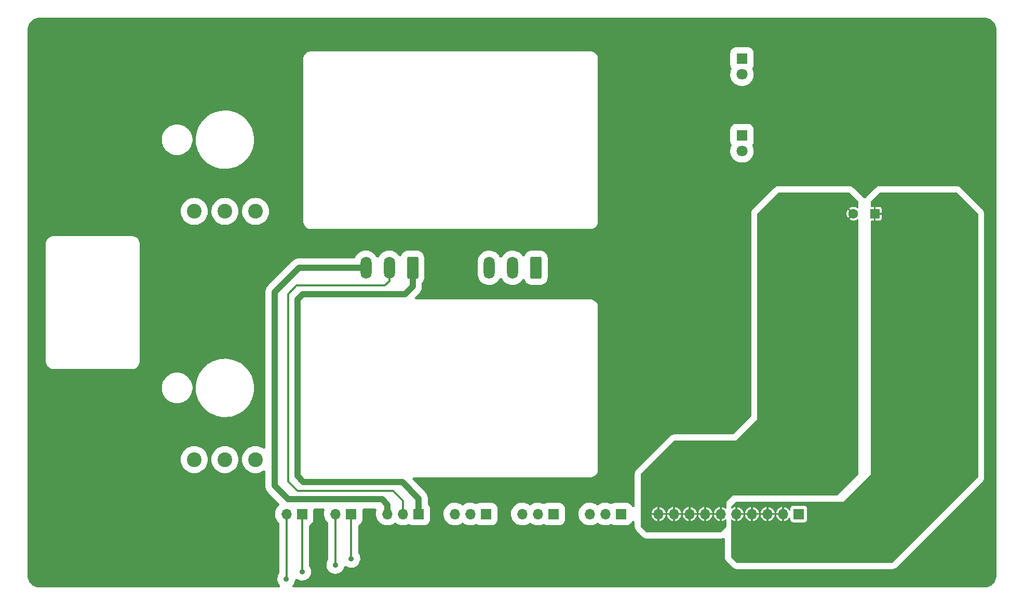
<source format=gtl>
%TF.GenerationSoftware,KiCad,Pcbnew,6.0.2-378541a8eb~116~ubuntu20.04.1*%
%TF.CreationDate,2022-03-08T15:37:05-05:00*%
%TF.ProjectId,Linear_Lab_Bench_PSU_front_panel,4c696e65-6172-45f4-9c61-625f42656e63,rev?*%
%TF.SameCoordinates,Original*%
%TF.FileFunction,Copper,L1,Top*%
%TF.FilePolarity,Positive*%
%FSLAX46Y46*%
G04 Gerber Fmt 4.6, Leading zero omitted, Abs format (unit mm)*
G04 Created by KiCad (PCBNEW 6.0.2-378541a8eb~116~ubuntu20.04.1) date 2022-03-08 15:37:05*
%MOMM*%
%LPD*%
G01*
G04 APERTURE LIST*
G04 Aperture macros list*
%AMRoundRect*
0 Rectangle with rounded corners*
0 $1 Rounding radius*
0 $2 $3 $4 $5 $6 $7 $8 $9 X,Y pos of 4 corners*
0 Add a 4 corners polygon primitive as box body*
4,1,4,$2,$3,$4,$5,$6,$7,$8,$9,$2,$3,0*
0 Add four circle primitives for the rounded corners*
1,1,$1+$1,$2,$3*
1,1,$1+$1,$4,$5*
1,1,$1+$1,$6,$7*
1,1,$1+$1,$8,$9*
0 Add four rect primitives between the rounded corners*
20,1,$1+$1,$2,$3,$4,$5,0*
20,1,$1+$1,$4,$5,$6,$7,0*
20,1,$1+$1,$6,$7,$8,$9,0*
20,1,$1+$1,$8,$9,$2,$3,0*%
G04 Aperture macros list end*
%TA.AperFunction,ComponentPad*%
%ADD10R,1.800000X1.800000*%
%TD*%
%TA.AperFunction,ComponentPad*%
%ADD11C,1.800000*%
%TD*%
%TA.AperFunction,ComponentPad*%
%ADD12C,7.400000*%
%TD*%
%TA.AperFunction,ComponentPad*%
%ADD13R,1.700000X1.700000*%
%TD*%
%TA.AperFunction,ComponentPad*%
%ADD14O,1.700000X1.700000*%
%TD*%
%TA.AperFunction,ComponentPad*%
%ADD15RoundRect,0.250000X0.650000X1.550000X-0.650000X1.550000X-0.650000X-1.550000X0.650000X-1.550000X0*%
%TD*%
%TA.AperFunction,ComponentPad*%
%ADD16O,1.800000X3.600000*%
%TD*%
%TA.AperFunction,ComponentPad*%
%ADD17C,0.900000*%
%TD*%
%TA.AperFunction,ComponentPad*%
%ADD18C,10.600000*%
%TD*%
%TA.AperFunction,ComponentPad*%
%ADD19C,2.400000*%
%TD*%
%TA.AperFunction,ComponentPad*%
%ADD20R,1.600000X1.600000*%
%TD*%
%TA.AperFunction,ComponentPad*%
%ADD21C,1.600000*%
%TD*%
%TA.AperFunction,ViaPad*%
%ADD22C,0.900000*%
%TD*%
%TA.AperFunction,Conductor*%
%ADD23C,0.350000*%
%TD*%
%TA.AperFunction,Conductor*%
%ADD24C,1.000000*%
%TD*%
G04 APERTURE END LIST*
D10*
%TO.P,D1,1,K*%
%TO.N,Net-(D1-Pad1)*%
X172500000Y-52725000D03*
D11*
%TO.P,D1,2,A*%
%TO.N,Net-(D1-Pad2)*%
X172500000Y-55265000D03*
%TD*%
D10*
%TO.P,D2,1,K*%
%TO.N,Net-(D2-Pad1)*%
X172500000Y-65225000D03*
D11*
%TO.P,D2,2,A*%
%TO.N,Net-(D2-Pad2)*%
X172500000Y-67765000D03*
%TD*%
D12*
%TO.P,H4,1,1*%
%TO.N,Earth*%
X210000000Y-135000000D03*
%TD*%
D13*
%TO.P,J6,1,Pin_1*%
%TO.N,Net-(D1-Pad2)*%
X108762678Y-127000000D03*
D14*
%TO.P,J6,2,Pin_2*%
%TO.N,Net-(D1-Pad1)*%
X106222678Y-127000000D03*
%TD*%
D15*
%TO.P,J8,1,Pin_1*%
%TO.N,Net-(J5-Pad1)*%
X118792500Y-86800000D03*
D16*
%TO.P,J8,2,Pin_2*%
%TO.N,Net-(J5-Pad2)*%
X114982500Y-86800000D03*
%TO.P,J8,3,Pin_3*%
%TO.N,Net-(J5-Pad3)*%
X111172500Y-86800000D03*
%TD*%
D13*
%TO.P,J7,1,Pin_1*%
%TO.N,Net-(D2-Pad2)*%
X100762678Y-127000000D03*
D14*
%TO.P,J7,2,Pin_2*%
%TO.N,Net-(D2-Pad1)*%
X98222678Y-127000000D03*
%TD*%
D15*
%TO.P,J9,1,Pin_1*%
%TO.N,+15V*%
X138910000Y-86807500D03*
D16*
%TO.P,J9,2,Pin_2*%
%TO.N,/VOUT*%
X135100000Y-86807500D03*
%TO.P,J9,3,Pin_3*%
%TO.N,GND*%
X131290000Y-86807500D03*
%TD*%
D17*
%TO.P,J12,1,Pin_1*%
%TO.N,GND*%
X185310749Y-84689251D03*
X185310749Y-90310749D03*
X178525000Y-87500000D03*
X186475000Y-87500000D03*
X182500000Y-83525000D03*
X182500000Y-91475000D03*
X179689251Y-90310749D03*
D18*
X182500000Y-87500000D03*
D17*
X179689251Y-84689251D03*
%TD*%
D13*
%TO.P,J1,1,Pin_1*%
%TO.N,Net-(J1-Pad1)*%
X181762678Y-127000000D03*
D14*
%TO.P,J1,2,Pin_2*%
%TO.N,/VOUT*%
X179222678Y-127000000D03*
%TO.P,J1,3,Pin_3*%
X176682678Y-127000000D03*
%TO.P,J1,4,Pin_4*%
X174142678Y-127000000D03*
%TO.P,J1,5,Pin_5*%
X171602678Y-127000000D03*
%TO.P,J1,6,Pin_6*%
%TO.N,GND*%
X169062678Y-127000000D03*
%TO.P,J1,7,Pin_7*%
X166522678Y-127000000D03*
%TO.P,J1,8,Pin_8*%
X163982678Y-127000000D03*
%TO.P,J1,9,Pin_9*%
X161442678Y-127000000D03*
%TO.P,J1,10,Pin_10*%
X158902678Y-127000000D03*
%TD*%
D13*
%TO.P,J2,1,Pin_1*%
%TO.N,Net-(J2-Pad1)*%
X152762678Y-127000000D03*
D14*
%TO.P,J2,2,Pin_2*%
%TO.N,Net-(J2-Pad2)*%
X150222678Y-127000000D03*
%TO.P,J2,3,Pin_3*%
%TO.N,Net-(J2-Pad3)*%
X147682678Y-127000000D03*
%TD*%
D13*
%TO.P,J3,1,Pin_1*%
%TO.N,+15V*%
X141762678Y-127000000D03*
D14*
%TO.P,J3,2,Pin_2*%
%TO.N,unconnected-(J3-Pad2)*%
X139222678Y-127000000D03*
%TO.P,J3,3,Pin_3*%
%TO.N,GND*%
X136682678Y-127000000D03*
%TD*%
D19*
%TO.P,RV2,1,1*%
%TO.N,Net-(J4-Pad3)*%
X83200000Y-77622915D03*
%TO.P,RV2,2,2*%
%TO.N,Net-(J4-Pad2)*%
X88200000Y-77622915D03*
%TO.P,RV2,3,3*%
%TO.N,Net-(J4-Pad1)*%
X93200000Y-77622915D03*
%TD*%
D12*
%TO.P,H2,1,1*%
%TO.N,Earth*%
X210000000Y-50000000D03*
%TD*%
D17*
%TO.P,J14,1,Pin_1*%
%TO.N,Earth*%
X166310749Y-84689251D03*
X160689251Y-90310749D03*
X160689251Y-84689251D03*
D18*
X163500000Y-87500000D03*
D17*
X159525000Y-87500000D03*
X167475000Y-87500000D03*
X163500000Y-83525000D03*
X166310749Y-90310749D03*
X163500000Y-91475000D03*
%TD*%
D19*
%TO.P,RV1,1,1*%
%TO.N,Net-(J2-Pad3)*%
X83200000Y-118122915D03*
%TO.P,RV1,2,2*%
%TO.N,Net-(J2-Pad2)*%
X88200000Y-118122915D03*
%TO.P,RV1,3,3*%
%TO.N,Net-(J2-Pad1)*%
X93200000Y-118122915D03*
%TD*%
D12*
%TO.P,H1,1,1*%
%TO.N,Earth*%
X60000000Y-50000000D03*
%TD*%
%TO.P,H5,1,1*%
%TO.N,Earth*%
X60000000Y-135000000D03*
%TD*%
D17*
%TO.P,J13,1,Pin_1*%
%TO.N,GND*%
X182500000Y-102525000D03*
X178525000Y-106500000D03*
X185310749Y-103689251D03*
X185310749Y-109310749D03*
X182500000Y-110475000D03*
X186475000Y-106500000D03*
X179689251Y-109310749D03*
X179689251Y-103689251D03*
D18*
X182500000Y-106500000D03*
%TD*%
D17*
%TO.P,J10,1,Pin_1*%
%TO.N,/VOUT*%
X201500000Y-102525000D03*
X204310749Y-109310749D03*
D18*
X201500000Y-106500000D03*
D17*
X198689251Y-103689251D03*
X205475000Y-106500000D03*
X204310749Y-103689251D03*
X197525000Y-106500000D03*
X198689251Y-109310749D03*
X201500000Y-110475000D03*
%TD*%
%TO.P,J11,1,Pin_1*%
%TO.N,/VOUT*%
X198689251Y-90310749D03*
X197525000Y-87500000D03*
D18*
X201500000Y-87500000D03*
D17*
X198689251Y-84689251D03*
X201500000Y-91475000D03*
X204310749Y-84689251D03*
X205475000Y-87500000D03*
X201500000Y-83525000D03*
X204310749Y-90310749D03*
%TD*%
D13*
%TO.P,J5,1,Pin_1*%
%TO.N,Net-(J5-Pad1)*%
X119762678Y-127000000D03*
D14*
%TO.P,J5,2,Pin_2*%
%TO.N,Net-(J5-Pad2)*%
X117222678Y-127000000D03*
%TO.P,J5,3,Pin_3*%
%TO.N,Net-(J5-Pad3)*%
X114682678Y-127000000D03*
%TD*%
D13*
%TO.P,J4,1,Pin_1*%
%TO.N,Net-(J4-Pad1)*%
X130762678Y-127000000D03*
D14*
%TO.P,J4,2,Pin_2*%
%TO.N,Net-(J4-Pad2)*%
X128222678Y-127000000D03*
%TO.P,J4,3,Pin_3*%
%TO.N,Net-(J4-Pad3)*%
X125682678Y-127000000D03*
%TD*%
D20*
%TO.P,C1,1*%
%TO.N,/VOUT*%
X194152651Y-78000000D03*
D21*
%TO.P,C1,2*%
%TO.N,GND*%
X190652651Y-78000000D03*
%TD*%
D22*
%TO.N,/VOUT*%
X194100000Y-96500000D03*
%TO.N,Net-(D1-Pad1)*%
X106200000Y-135300000D03*
%TO.N,Net-(D1-Pad2)*%
X108800000Y-134300000D03*
%TO.N,Net-(D2-Pad1)*%
X98200000Y-137600000D03*
%TO.N,Net-(D2-Pad2)*%
X100800000Y-136400000D03*
%TD*%
D23*
%TO.N,Net-(D1-Pad1)*%
X106200000Y-135300000D02*
X106200000Y-127022678D01*
X106200000Y-127022678D02*
X106222678Y-127000000D01*
%TO.N,Net-(D1-Pad2)*%
X108800000Y-127037322D02*
X108762678Y-127000000D01*
X108800000Y-134300000D02*
X108800000Y-127037322D01*
%TO.N,Net-(D2-Pad1)*%
X98222678Y-137577322D02*
X98222678Y-127000000D01*
X98200000Y-137600000D02*
X98222678Y-137577322D01*
%TO.N,Net-(D2-Pad2)*%
X100762678Y-127000000D02*
X100762678Y-136362678D01*
X100762678Y-136362678D02*
X100800000Y-136400000D01*
D24*
%TO.N,Net-(J5-Pad1)*%
X119762678Y-124462678D02*
X117100000Y-121800000D01*
X100900000Y-91100000D02*
X117600000Y-91100000D01*
X117600000Y-91100000D02*
X118792500Y-89907500D01*
X118792500Y-89907500D02*
X118792500Y-86800000D01*
X100000000Y-92000000D02*
X100900000Y-91100000D01*
X100000000Y-120800000D02*
X100000000Y-92000000D01*
X101000000Y-121800000D02*
X100000000Y-120800000D01*
X119762678Y-127000000D02*
X119762678Y-124462678D01*
X117100000Y-121800000D02*
X101000000Y-121800000D01*
D23*
%TO.N,Net-(J5-Pad2)*%
X99900000Y-89700000D02*
X98500000Y-91100000D01*
X98500000Y-91100000D02*
X98500000Y-121700000D01*
X114982500Y-86800000D02*
X114982500Y-89017500D01*
X98500000Y-121700000D02*
X100000000Y-123200000D01*
X114300000Y-89700000D02*
X99900000Y-89700000D01*
X117222678Y-124822678D02*
X117222678Y-127000000D01*
X114982500Y-89017500D02*
X114300000Y-89700000D01*
X115600000Y-123200000D02*
X117222678Y-124822678D01*
X100000000Y-123200000D02*
X115600000Y-123200000D01*
D24*
%TO.N,Net-(J5-Pad3)*%
X96300000Y-90800000D02*
X96300000Y-122400000D01*
X113800000Y-124600000D02*
X114682678Y-125482678D01*
X98500000Y-124600000D02*
X113800000Y-124600000D01*
X111172500Y-86800000D02*
X100300000Y-86800000D01*
X100300000Y-86800000D02*
X96300000Y-90800000D01*
X114682678Y-125482678D02*
X114682678Y-127000000D01*
X96300000Y-122400000D02*
X98500000Y-124600000D01*
%TD*%
%TA.AperFunction,Conductor*%
%TO.N,/VOUT*%
G36*
X207515677Y-74519685D02*
G01*
X207536319Y-74536319D01*
X210963681Y-77963681D01*
X210997166Y-78025004D01*
X211000000Y-78051362D01*
X211000000Y-120948638D01*
X210980315Y-121015677D01*
X210963681Y-121036319D01*
X197036319Y-134963681D01*
X196974996Y-134997166D01*
X196948638Y-135000000D01*
X171751362Y-135000000D01*
X171684323Y-134980315D01*
X171663681Y-134963681D01*
X170736319Y-134036319D01*
X170702834Y-133974996D01*
X170700000Y-133948638D01*
X170700000Y-128012029D01*
X170719685Y-127944990D01*
X170772489Y-127899235D01*
X170841647Y-127889291D01*
X170892891Y-127908927D01*
X171046864Y-128011809D01*
X171056822Y-128017216D01*
X171240563Y-128096157D01*
X171251327Y-128099655D01*
X171441554Y-128142698D01*
X171450021Y-128140565D01*
X171450381Y-128140180D01*
X171452678Y-128130526D01*
X171452678Y-128122529D01*
X171752678Y-128122529D01*
X171756581Y-128135823D01*
X171770358Y-128137795D01*
X171866664Y-128123832D01*
X171877677Y-128121187D01*
X172067039Y-128056908D01*
X172077391Y-128052299D01*
X172251873Y-127954585D01*
X172261213Y-127948165D01*
X172414962Y-127820294D01*
X172422972Y-127812284D01*
X172550843Y-127658535D01*
X172557263Y-127649195D01*
X172654977Y-127474713D01*
X172659586Y-127464361D01*
X172723865Y-127274999D01*
X172726510Y-127263986D01*
X172740479Y-127167644D01*
X172740152Y-127165352D01*
X173000966Y-127165352D01*
X173001599Y-127175005D01*
X173003368Y-127186173D01*
X173052599Y-127380022D01*
X173056372Y-127390677D01*
X173140104Y-127572305D01*
X173145760Y-127582101D01*
X173261186Y-127745426D01*
X173268537Y-127754032D01*
X173411785Y-127893579D01*
X173420586Y-127900706D01*
X173586864Y-128011809D01*
X173596822Y-128017216D01*
X173780563Y-128096157D01*
X173791327Y-128099655D01*
X173981554Y-128142698D01*
X173990021Y-128140565D01*
X173990381Y-128140180D01*
X173992678Y-128130526D01*
X173992678Y-128122529D01*
X174292678Y-128122529D01*
X174296581Y-128135823D01*
X174310358Y-128137795D01*
X174406664Y-128123832D01*
X174417677Y-128121187D01*
X174607039Y-128056908D01*
X174617391Y-128052299D01*
X174791873Y-127954585D01*
X174801213Y-127948165D01*
X174954962Y-127820294D01*
X174962972Y-127812284D01*
X175090843Y-127658535D01*
X175097263Y-127649195D01*
X175194977Y-127474713D01*
X175199586Y-127464361D01*
X175263865Y-127274999D01*
X175266510Y-127263986D01*
X175280479Y-127167644D01*
X175280152Y-127165352D01*
X175540966Y-127165352D01*
X175541599Y-127175005D01*
X175543368Y-127186173D01*
X175592599Y-127380022D01*
X175596372Y-127390677D01*
X175680104Y-127572305D01*
X175685760Y-127582101D01*
X175801186Y-127745426D01*
X175808537Y-127754032D01*
X175951785Y-127893579D01*
X175960586Y-127900706D01*
X176126864Y-128011809D01*
X176136822Y-128017216D01*
X176320563Y-128096157D01*
X176331327Y-128099655D01*
X176521554Y-128142698D01*
X176530021Y-128140565D01*
X176530381Y-128140180D01*
X176532678Y-128130526D01*
X176532678Y-128122529D01*
X176832678Y-128122529D01*
X176836581Y-128135823D01*
X176850358Y-128137795D01*
X176946664Y-128123832D01*
X176957677Y-128121187D01*
X177147039Y-128056908D01*
X177157391Y-128052299D01*
X177331873Y-127954585D01*
X177341213Y-127948165D01*
X177494962Y-127820294D01*
X177502972Y-127812284D01*
X177630843Y-127658535D01*
X177637263Y-127649195D01*
X177734977Y-127474713D01*
X177739586Y-127464361D01*
X177803865Y-127274999D01*
X177806510Y-127263986D01*
X177820479Y-127167644D01*
X177820152Y-127165352D01*
X178080966Y-127165352D01*
X178081599Y-127175005D01*
X178083368Y-127186173D01*
X178132599Y-127380022D01*
X178136372Y-127390677D01*
X178220104Y-127572305D01*
X178225760Y-127582101D01*
X178341186Y-127745426D01*
X178348537Y-127754032D01*
X178491785Y-127893579D01*
X178500586Y-127900706D01*
X178666864Y-128011809D01*
X178676822Y-128017216D01*
X178860563Y-128096157D01*
X178871327Y-128099655D01*
X179061554Y-128142698D01*
X179070021Y-128140565D01*
X179070381Y-128140180D01*
X179072678Y-128130526D01*
X179072678Y-128122529D01*
X179372678Y-128122529D01*
X179376581Y-128135823D01*
X179390358Y-128137795D01*
X179486664Y-128123832D01*
X179497677Y-128121187D01*
X179687039Y-128056908D01*
X179697391Y-128052299D01*
X179871873Y-127954585D01*
X179881213Y-127948165D01*
X180034962Y-127820294D01*
X180042972Y-127812284D01*
X180170843Y-127658535D01*
X180177266Y-127649191D01*
X180179989Y-127644329D01*
X180229921Y-127595455D01*
X180298349Y-127581335D01*
X180363548Y-127606451D01*
X180404818Y-127662830D01*
X180412179Y-127704916D01*
X180412179Y-127897376D01*
X180418827Y-127958580D01*
X180469152Y-128092824D01*
X180474447Y-128099889D01*
X180474448Y-128099891D01*
X180530017Y-128174035D01*
X180555132Y-128207546D01*
X180562197Y-128212841D01*
X180662787Y-128288230D01*
X180662789Y-128288231D01*
X180669854Y-128293526D01*
X180804098Y-128343851D01*
X180865301Y-128350500D01*
X181762544Y-128350500D01*
X182660054Y-128350499D01*
X182721258Y-128343851D01*
X182855502Y-128293526D01*
X182862567Y-128288231D01*
X182862569Y-128288230D01*
X182963159Y-128212841D01*
X182970224Y-128207546D01*
X182995339Y-128174035D01*
X183050908Y-128099891D01*
X183050909Y-128099889D01*
X183056204Y-128092824D01*
X183106529Y-127958580D01*
X183113178Y-127897377D01*
X183113177Y-126102624D01*
X183106529Y-126041420D01*
X183056204Y-125907176D01*
X183022349Y-125862003D01*
X182975519Y-125799519D01*
X182970224Y-125792454D01*
X182881685Y-125726097D01*
X182862569Y-125711770D01*
X182862567Y-125711769D01*
X182855502Y-125706474D01*
X182721258Y-125656149D01*
X182660055Y-125649500D01*
X181762812Y-125649500D01*
X180865302Y-125649501D01*
X180804098Y-125656149D01*
X180669854Y-125706474D01*
X180662789Y-125711769D01*
X180662787Y-125711770D01*
X180643671Y-125726097D01*
X180555132Y-125792454D01*
X180549837Y-125799519D01*
X180503008Y-125862003D01*
X180469152Y-125907176D01*
X180418827Y-126041420D01*
X180412178Y-126102623D01*
X180412178Y-126297462D01*
X180392493Y-126364501D01*
X180339689Y-126410256D01*
X180270531Y-126420200D01*
X180206975Y-126391175D01*
X180188823Y-126371654D01*
X180084360Y-126231762D01*
X180076779Y-126223342D01*
X179929928Y-126087595D01*
X179920943Y-126080700D01*
X179751813Y-125973987D01*
X179741722Y-125968846D01*
X179555983Y-125894743D01*
X179545111Y-125891522D01*
X179390166Y-125860703D01*
X179377494Y-125861836D01*
X179372678Y-125876749D01*
X179372678Y-128122529D01*
X179072678Y-128122529D01*
X179072678Y-127167830D01*
X179068274Y-127152831D01*
X179066904Y-127151644D01*
X179059346Y-127150000D01*
X178097790Y-127150000D01*
X178082986Y-127154347D01*
X178080966Y-127165352D01*
X177820152Y-127165352D01*
X177818524Y-127153930D01*
X177805170Y-127150000D01*
X176850508Y-127150000D01*
X176835509Y-127154404D01*
X176834322Y-127155774D01*
X176832678Y-127163332D01*
X176832678Y-128122529D01*
X176532678Y-128122529D01*
X176532678Y-127167830D01*
X176528274Y-127152831D01*
X176526904Y-127151644D01*
X176519346Y-127150000D01*
X175557790Y-127150000D01*
X175542986Y-127154347D01*
X175540966Y-127165352D01*
X175280152Y-127165352D01*
X175278524Y-127153930D01*
X175265170Y-127150000D01*
X174310508Y-127150000D01*
X174295509Y-127154404D01*
X174294322Y-127155774D01*
X174292678Y-127163332D01*
X174292678Y-128122529D01*
X173992678Y-128122529D01*
X173992678Y-127167830D01*
X173988274Y-127152831D01*
X173986904Y-127151644D01*
X173979346Y-127150000D01*
X173017790Y-127150000D01*
X173002986Y-127154347D01*
X173000966Y-127165352D01*
X172740152Y-127165352D01*
X172738524Y-127153930D01*
X172725170Y-127150000D01*
X171770508Y-127150000D01*
X171755509Y-127154404D01*
X171754322Y-127155774D01*
X171752678Y-127163332D01*
X171752678Y-128122529D01*
X171452678Y-128122529D01*
X171452678Y-126832170D01*
X171752678Y-126832170D01*
X171757082Y-126847169D01*
X171758452Y-126848356D01*
X171766010Y-126850000D01*
X172725992Y-126850000D01*
X172740309Y-126845796D01*
X172742339Y-126833856D01*
X172742195Y-126832293D01*
X173004418Y-126832293D01*
X173006822Y-126846488D01*
X173019360Y-126850000D01*
X173974848Y-126850000D01*
X173989847Y-126845596D01*
X173991034Y-126844226D01*
X173992678Y-126836668D01*
X173992678Y-126832170D01*
X174292678Y-126832170D01*
X174297082Y-126847169D01*
X174298452Y-126848356D01*
X174306010Y-126850000D01*
X175265992Y-126850000D01*
X175280309Y-126845796D01*
X175282339Y-126833856D01*
X175282195Y-126832293D01*
X175544418Y-126832293D01*
X175546822Y-126846488D01*
X175559360Y-126850000D01*
X176514848Y-126850000D01*
X176529847Y-126845596D01*
X176531034Y-126844226D01*
X176532678Y-126836668D01*
X176532678Y-126832170D01*
X176832678Y-126832170D01*
X176837082Y-126847169D01*
X176838452Y-126848356D01*
X176846010Y-126850000D01*
X177805992Y-126850000D01*
X177820309Y-126845796D01*
X177822339Y-126833856D01*
X177822195Y-126832293D01*
X178084418Y-126832293D01*
X178086822Y-126846488D01*
X178099360Y-126850000D01*
X179054848Y-126850000D01*
X179069847Y-126845596D01*
X179071034Y-126844226D01*
X179072678Y-126836668D01*
X179072678Y-125876667D01*
X179068932Y-125863909D01*
X179054252Y-125862003D01*
X178929362Y-125883464D01*
X178918431Y-125886393D01*
X178730796Y-125955615D01*
X178720589Y-125960483D01*
X178548713Y-126062738D01*
X178539555Y-126069392D01*
X178389196Y-126201254D01*
X178381406Y-126209463D01*
X178257594Y-126366518D01*
X178251429Y-126376011D01*
X178158311Y-126553000D01*
X178153978Y-126563461D01*
X178094676Y-126754444D01*
X178092320Y-126765526D01*
X178084418Y-126832293D01*
X177822195Y-126832293D01*
X177818786Y-126795191D01*
X177816722Y-126784058D01*
X177762438Y-126591583D01*
X177758381Y-126581013D01*
X177669930Y-126401652D01*
X177664011Y-126391994D01*
X177544360Y-126231762D01*
X177536779Y-126223342D01*
X177389928Y-126087595D01*
X177380943Y-126080700D01*
X177211813Y-125973987D01*
X177201722Y-125968846D01*
X177015983Y-125894743D01*
X177005111Y-125891522D01*
X176850166Y-125860703D01*
X176837494Y-125861836D01*
X176832678Y-125876749D01*
X176832678Y-126832170D01*
X176532678Y-126832170D01*
X176532678Y-125876667D01*
X176528932Y-125863909D01*
X176514252Y-125862003D01*
X176389362Y-125883464D01*
X176378431Y-125886393D01*
X176190796Y-125955615D01*
X176180589Y-125960483D01*
X176008713Y-126062738D01*
X175999555Y-126069392D01*
X175849196Y-126201254D01*
X175841406Y-126209463D01*
X175717594Y-126366518D01*
X175711429Y-126376011D01*
X175618311Y-126553000D01*
X175613978Y-126563461D01*
X175554676Y-126754444D01*
X175552320Y-126765526D01*
X175544418Y-126832293D01*
X175282195Y-126832293D01*
X175278786Y-126795191D01*
X175276722Y-126784058D01*
X175222438Y-126591583D01*
X175218381Y-126581013D01*
X175129930Y-126401652D01*
X175124011Y-126391994D01*
X175004360Y-126231762D01*
X174996779Y-126223342D01*
X174849928Y-126087595D01*
X174840943Y-126080700D01*
X174671813Y-125973987D01*
X174661722Y-125968846D01*
X174475983Y-125894743D01*
X174465111Y-125891522D01*
X174310166Y-125860703D01*
X174297494Y-125861836D01*
X174292678Y-125876749D01*
X174292678Y-126832170D01*
X173992678Y-126832170D01*
X173992678Y-125876667D01*
X173988932Y-125863909D01*
X173974252Y-125862003D01*
X173849362Y-125883464D01*
X173838431Y-125886393D01*
X173650796Y-125955615D01*
X173640589Y-125960483D01*
X173468713Y-126062738D01*
X173459555Y-126069392D01*
X173309196Y-126201254D01*
X173301406Y-126209463D01*
X173177594Y-126366518D01*
X173171429Y-126376011D01*
X173078311Y-126553000D01*
X173073978Y-126563461D01*
X173014676Y-126754444D01*
X173012320Y-126765526D01*
X173004418Y-126832293D01*
X172742195Y-126832293D01*
X172738786Y-126795191D01*
X172736722Y-126784058D01*
X172682438Y-126591583D01*
X172678381Y-126581013D01*
X172589930Y-126401652D01*
X172584011Y-126391994D01*
X172464360Y-126231762D01*
X172456779Y-126223342D01*
X172309928Y-126087595D01*
X172300943Y-126080700D01*
X172131813Y-125973987D01*
X172121722Y-125968846D01*
X171935983Y-125894743D01*
X171925111Y-125891522D01*
X171770166Y-125860703D01*
X171757494Y-125861836D01*
X171752678Y-125876749D01*
X171752678Y-126832170D01*
X171452678Y-126832170D01*
X171452678Y-125876667D01*
X171448932Y-125863909D01*
X171434252Y-125862003D01*
X171309362Y-125883464D01*
X171298431Y-125886393D01*
X171110796Y-125955615D01*
X171100589Y-125960483D01*
X170928713Y-126062738D01*
X170919555Y-126069392D01*
X170905759Y-126081491D01*
X170842377Y-126110894D01*
X170773161Y-126101362D01*
X170720085Y-126055922D01*
X170700000Y-125988263D01*
X170700000Y-125851362D01*
X170719685Y-125784323D01*
X170736319Y-125763681D01*
X171463681Y-125036319D01*
X171525004Y-125002834D01*
X171551362Y-125000000D01*
X189000000Y-125000000D01*
X193500000Y-120500000D01*
X193500000Y-79224000D01*
X193519685Y-79156961D01*
X193572489Y-79111206D01*
X193624000Y-79100000D01*
X193984821Y-79100000D01*
X193999820Y-79095596D01*
X194001007Y-79094226D01*
X194002651Y-79086668D01*
X194002651Y-79082170D01*
X194302651Y-79082170D01*
X194307055Y-79097169D01*
X194308425Y-79098356D01*
X194315983Y-79100000D01*
X194993558Y-79100000D01*
X195000870Y-79099566D01*
X195014138Y-79097988D01*
X195031884Y-79093111D01*
X195115054Y-79056168D01*
X195133603Y-79043420D01*
X195196383Y-78980530D01*
X195209104Y-78961951D01*
X195245891Y-78878739D01*
X195250742Y-78860950D01*
X195252235Y-78848139D01*
X195252651Y-78840983D01*
X195252651Y-78167830D01*
X195248247Y-78152831D01*
X195246877Y-78151644D01*
X195239319Y-78150000D01*
X194320481Y-78150000D01*
X194305482Y-78154404D01*
X194304295Y-78155774D01*
X194302651Y-78163332D01*
X194302651Y-79082170D01*
X194002651Y-79082170D01*
X194002651Y-77832170D01*
X194302651Y-77832170D01*
X194307055Y-77847169D01*
X194308425Y-77848356D01*
X194315983Y-77850000D01*
X195234821Y-77850000D01*
X195249820Y-77845596D01*
X195251007Y-77844226D01*
X195252651Y-77836668D01*
X195252651Y-77159093D01*
X195252217Y-77151781D01*
X195250639Y-77138513D01*
X195245762Y-77120767D01*
X195208819Y-77037597D01*
X195196071Y-77019048D01*
X195133181Y-76956268D01*
X195114602Y-76943547D01*
X195031390Y-76906760D01*
X195013601Y-76901909D01*
X195000790Y-76900416D01*
X194993634Y-76900000D01*
X194320481Y-76900000D01*
X194305482Y-76904404D01*
X194304295Y-76905774D01*
X194302651Y-76913332D01*
X194302651Y-77832170D01*
X194002651Y-77832170D01*
X194002651Y-76917830D01*
X193998247Y-76902831D01*
X193996877Y-76901644D01*
X193989319Y-76900000D01*
X193624000Y-76900000D01*
X193556961Y-76880315D01*
X193511206Y-76827511D01*
X193500000Y-76776000D01*
X193500000Y-76051362D01*
X193519685Y-75984323D01*
X193536319Y-75963681D01*
X194963681Y-74536319D01*
X195025004Y-74502834D01*
X195051362Y-74500000D01*
X207448638Y-74500000D01*
X207515677Y-74519685D01*
G37*
%TD.AperFunction*%
%TD*%
%TA.AperFunction,Conductor*%
%TO.N,Earth*%
G36*
X211957538Y-46001552D02*
G01*
X211973862Y-46003383D01*
X211973863Y-46003383D01*
X211985970Y-46004741D01*
X211998107Y-46003722D01*
X211998112Y-46003722D01*
X212005279Y-46003120D01*
X212042399Y-46002779D01*
X212244773Y-46016043D01*
X212277058Y-46020294D01*
X212501630Y-46064965D01*
X212533090Y-46073394D01*
X212749918Y-46146997D01*
X212780010Y-46159462D01*
X212985357Y-46260728D01*
X213013564Y-46277013D01*
X213203957Y-46404230D01*
X213229797Y-46424058D01*
X213401947Y-46575030D01*
X213424974Y-46598057D01*
X213575942Y-46770203D01*
X213595770Y-46796043D01*
X213722987Y-46986436D01*
X213739272Y-47014643D01*
X213840538Y-47219990D01*
X213853003Y-47250082D01*
X213926606Y-47466910D01*
X213935035Y-47498370D01*
X213979706Y-47722943D01*
X213983957Y-47755231D01*
X213983958Y-47755235D01*
X213983958Y-47755237D01*
X213996263Y-47942988D01*
X213996772Y-47962750D01*
X213996617Y-47973866D01*
X213995259Y-47985970D01*
X213996278Y-47998105D01*
X213996278Y-47998106D01*
X213999127Y-48032034D01*
X214000000Y-48052869D01*
X214000000Y-136929783D01*
X213998448Y-136957538D01*
X213997278Y-136967966D01*
X213995259Y-136985970D01*
X213996278Y-136998107D01*
X213996278Y-136998112D01*
X213996880Y-137005279D01*
X213997221Y-137042399D01*
X213983957Y-137244773D01*
X213979706Y-137277058D01*
X213935035Y-137501630D01*
X213926606Y-137533090D01*
X213853003Y-137749918D01*
X213840539Y-137780009D01*
X213824497Y-137812537D01*
X213739272Y-137985357D01*
X213722987Y-138013564D01*
X213595770Y-138203957D01*
X213575942Y-138229797D01*
X213463577Y-138357925D01*
X213424974Y-138401943D01*
X213401947Y-138424970D01*
X213372382Y-138450898D01*
X213229797Y-138575942D01*
X213203957Y-138595770D01*
X213013564Y-138722987D01*
X212985357Y-138739272D01*
X212780010Y-138840538D01*
X212749918Y-138853003D01*
X212533090Y-138926606D01*
X212501630Y-138935035D01*
X212277057Y-138979706D01*
X212244769Y-138983957D01*
X212136675Y-138991042D01*
X212057012Y-138996263D01*
X212037250Y-138996772D01*
X212026134Y-138996617D01*
X212014030Y-138995259D01*
X212001895Y-138996278D01*
X212001894Y-138996278D01*
X211967966Y-138999127D01*
X211947131Y-139000000D01*
X99452746Y-139000000D01*
X99357458Y-138981046D01*
X99276676Y-138927070D01*
X99222700Y-138846288D01*
X99203746Y-138751000D01*
X99222700Y-138655712D01*
X99276985Y-138574622D01*
X99308397Y-138543320D01*
X99447582Y-138349623D01*
X99553263Y-138135795D01*
X99622600Y-137907577D01*
X99636702Y-137800462D01*
X99667932Y-137708463D01*
X99731990Y-137635418D01*
X99819126Y-137592447D01*
X99916073Y-137586093D01*
X100009199Y-137617977D01*
X100171112Y-137712591D01*
X100180655Y-137716235D01*
X100180661Y-137716238D01*
X100384388Y-137794034D01*
X100384393Y-137794035D01*
X100393937Y-137797680D01*
X100417933Y-137802562D01*
X100617653Y-137843196D01*
X100617655Y-137843196D01*
X100627666Y-137845233D01*
X100731566Y-137849043D01*
X100855813Y-137853599D01*
X100855818Y-137853599D01*
X100866025Y-137853973D01*
X100876156Y-137852675D01*
X100876160Y-137852675D01*
X101092479Y-137824963D01*
X101092482Y-137824962D01*
X101102609Y-137823665D01*
X101331068Y-137755125D01*
X101545264Y-137650191D01*
X101739445Y-137511683D01*
X101908397Y-137343320D01*
X102047582Y-137149623D01*
X102153263Y-136935795D01*
X102208618Y-136753599D01*
X102219629Y-136717357D01*
X102219630Y-136717353D01*
X102222600Y-136707577D01*
X102250948Y-136492252D01*
X102252869Y-136477663D01*
X102252869Y-136477660D01*
X102253733Y-136471099D01*
X102255471Y-136400000D01*
X102235927Y-136162284D01*
X102201891Y-136026781D01*
X102180312Y-135940867D01*
X102180310Y-135940861D01*
X102177821Y-135930952D01*
X102136446Y-135835795D01*
X102086790Y-135721594D01*
X102086788Y-135721591D01*
X102082712Y-135712216D01*
X101978111Y-135550527D01*
X101942269Y-135460229D01*
X101938178Y-135415280D01*
X101938178Y-128959618D01*
X101957132Y-128864330D01*
X102011108Y-128783548D01*
X102071812Y-128738957D01*
X102166274Y-128689573D01*
X102176045Y-128681604D01*
X102176048Y-128681602D01*
X102314005Y-128569087D01*
X102323787Y-128561109D01*
X102363599Y-128512295D01*
X102444280Y-128413370D01*
X102444282Y-128413367D01*
X102452251Y-128403596D01*
X102470027Y-128369595D01*
X102540573Y-128234652D01*
X102546419Y-128223470D01*
X102602444Y-128028087D01*
X102609914Y-127944387D01*
X102612686Y-127913332D01*
X102612686Y-127913325D01*
X102613178Y-127907816D01*
X102613178Y-126349500D01*
X102632132Y-126254212D01*
X102686108Y-126173430D01*
X102766890Y-126119454D01*
X102862178Y-126100500D01*
X104222177Y-126100500D01*
X104317465Y-126119454D01*
X104398247Y-126173430D01*
X104452223Y-126254212D01*
X104471177Y-126349500D01*
X104459396Y-126423879D01*
X104458252Y-126426703D01*
X104395077Y-126681032D01*
X104368366Y-126941726D01*
X104378655Y-127203582D01*
X104425736Y-127461376D01*
X104508672Y-127709965D01*
X104625806Y-127944387D01*
X104774802Y-128159967D01*
X104861942Y-128254234D01*
X104952688Y-128352402D01*
X104951721Y-128353296D01*
X105002437Y-128424265D01*
X105024500Y-128526737D01*
X105024500Y-134372270D01*
X105005546Y-134467558D01*
X104981198Y-134512588D01*
X104940233Y-134572640D01*
X104940229Y-134572647D01*
X104934475Y-134581082D01*
X104834051Y-134797428D01*
X104831324Y-134807263D01*
X104831322Y-134807267D01*
X104823411Y-134835795D01*
X104770309Y-135027272D01*
X104767033Y-135057925D01*
X104746450Y-135250529D01*
X104744963Y-135264440D01*
X104745552Y-135274647D01*
X104757131Y-135475448D01*
X104758694Y-135502562D01*
X104811131Y-135735245D01*
X104814974Y-135744709D01*
X104894917Y-135941585D01*
X104900867Y-135956239D01*
X104906204Y-135964949D01*
X104906207Y-135964954D01*
X104998550Y-136115643D01*
X105025493Y-136159609D01*
X105181660Y-136339894D01*
X105365176Y-136492252D01*
X105571112Y-136612591D01*
X105580655Y-136616235D01*
X105580661Y-136616238D01*
X105784388Y-136694034D01*
X105784393Y-136694035D01*
X105793937Y-136697680D01*
X105890652Y-136717357D01*
X106017653Y-136743196D01*
X106017655Y-136743196D01*
X106027666Y-136745233D01*
X106131566Y-136749043D01*
X106255813Y-136753599D01*
X106255818Y-136753599D01*
X106266025Y-136753973D01*
X106276156Y-136752675D01*
X106276160Y-136752675D01*
X106492479Y-136724963D01*
X106492482Y-136724962D01*
X106502609Y-136723665D01*
X106731068Y-136655125D01*
X106945264Y-136550191D01*
X107139445Y-136411683D01*
X107308397Y-136243320D01*
X107447582Y-136049623D01*
X107553263Y-135835795D01*
X107612351Y-135641311D01*
X107658187Y-135555648D01*
X107733315Y-135494046D01*
X107826299Y-135465883D01*
X107922982Y-135475448D01*
X107976225Y-135498709D01*
X108131718Y-135589571D01*
X108171112Y-135612591D01*
X108180655Y-135616235D01*
X108180661Y-135616238D01*
X108384388Y-135694034D01*
X108384393Y-135694035D01*
X108393937Y-135697680D01*
X108507226Y-135720729D01*
X108617653Y-135743196D01*
X108617655Y-135743196D01*
X108627666Y-135745233D01*
X108731566Y-135749043D01*
X108855813Y-135753599D01*
X108855818Y-135753599D01*
X108866025Y-135753973D01*
X108876156Y-135752675D01*
X108876160Y-135752675D01*
X109092479Y-135724963D01*
X109092482Y-135724962D01*
X109102609Y-135723665D01*
X109331068Y-135655125D01*
X109545264Y-135550191D01*
X109739445Y-135411683D01*
X109851519Y-135300000D01*
X109901163Y-135250529D01*
X109901164Y-135250528D01*
X109908397Y-135243320D01*
X110047582Y-135049623D01*
X110153263Y-134835795D01*
X110222600Y-134607577D01*
X110242058Y-134459781D01*
X110252869Y-134377663D01*
X110252869Y-134377660D01*
X110253733Y-134371099D01*
X110255471Y-134300000D01*
X110252821Y-134267761D01*
X110236764Y-134072466D01*
X110235927Y-134062284D01*
X110206542Y-133945295D01*
X110180312Y-133840867D01*
X110180310Y-133840861D01*
X110177821Y-133830952D01*
X110082712Y-133612216D01*
X110077166Y-133603643D01*
X110077160Y-133603632D01*
X110015435Y-133508220D01*
X109979591Y-133417919D01*
X109975500Y-133372970D01*
X109975500Y-128940107D01*
X109994454Y-128844819D01*
X110048430Y-128764037D01*
X110109138Y-128719443D01*
X110166274Y-128689573D01*
X110176045Y-128681604D01*
X110176048Y-128681602D01*
X110314005Y-128569087D01*
X110323787Y-128561109D01*
X110363599Y-128512295D01*
X110444280Y-128413370D01*
X110444282Y-128413367D01*
X110452251Y-128403596D01*
X110470027Y-128369595D01*
X110540573Y-128234652D01*
X110546419Y-128223470D01*
X110602444Y-128028087D01*
X110609914Y-127944387D01*
X110612686Y-127913332D01*
X110612686Y-127913325D01*
X110613178Y-127907816D01*
X110613178Y-126349500D01*
X110632132Y-126254212D01*
X110686108Y-126173430D01*
X110766890Y-126119454D01*
X110862178Y-126100500D01*
X112682177Y-126100500D01*
X112777465Y-126119454D01*
X112858247Y-126173430D01*
X112912223Y-126254212D01*
X112931177Y-126349500D01*
X112919396Y-126423879D01*
X112918252Y-126426703D01*
X112855077Y-126681032D01*
X112828366Y-126941726D01*
X112838655Y-127203582D01*
X112885736Y-127461376D01*
X112968672Y-127709965D01*
X113085806Y-127944387D01*
X113234802Y-128159967D01*
X113412688Y-128352402D01*
X113419508Y-128357954D01*
X113419514Y-128357960D01*
X113509185Y-128430963D01*
X113615913Y-128517853D01*
X113623452Y-128522392D01*
X113623455Y-128522394D01*
X113630669Y-128526737D01*
X113840423Y-128653019D01*
X113848535Y-128656454D01*
X113848539Y-128656456D01*
X113940549Y-128695417D01*
X114081738Y-128755203D01*
X114090249Y-128757460D01*
X114090253Y-128757461D01*
X114326530Y-128820109D01*
X114326533Y-128820109D01*
X114335043Y-128822366D01*
X114343786Y-128823401D01*
X114343787Y-128823401D01*
X114409703Y-128831202D01*
X114595285Y-128853167D01*
X114857270Y-128846993D01*
X115115772Y-128803967D01*
X115365633Y-128724946D01*
X115601866Y-128611509D01*
X115697369Y-128547696D01*
X115816429Y-128468143D01*
X115906189Y-128430963D01*
X116003344Y-128430964D01*
X116093103Y-128468143D01*
X116111973Y-128482081D01*
X116149078Y-128512289D01*
X116149083Y-128512293D01*
X116155913Y-128517853D01*
X116163452Y-128522392D01*
X116163455Y-128522394D01*
X116170669Y-128526737D01*
X116380423Y-128653019D01*
X116388535Y-128656454D01*
X116388539Y-128656456D01*
X116480549Y-128695417D01*
X116621738Y-128755203D01*
X116630249Y-128757460D01*
X116630253Y-128757461D01*
X116866530Y-128820109D01*
X116866533Y-128820109D01*
X116875043Y-128822366D01*
X116883786Y-128823401D01*
X116883787Y-128823401D01*
X116949703Y-128831202D01*
X117135285Y-128853167D01*
X117397270Y-128846993D01*
X117655772Y-128803967D01*
X117905633Y-128724946D01*
X118075756Y-128643255D01*
X118169856Y-128619093D01*
X118266042Y-128632782D01*
X118340919Y-128674759D01*
X118359082Y-128689573D01*
X118370260Y-128695417D01*
X118370265Y-128695420D01*
X118484620Y-128755203D01*
X118539208Y-128783741D01*
X118734591Y-128839766D01*
X118746397Y-128840820D01*
X118746399Y-128840820D01*
X118849346Y-128850008D01*
X118849353Y-128850008D01*
X118854862Y-128850500D01*
X120670494Y-128850500D01*
X120676003Y-128850008D01*
X120676010Y-128850008D01*
X120778957Y-128840820D01*
X120778959Y-128840820D01*
X120790765Y-128839766D01*
X120986148Y-128783741D01*
X121127178Y-128710012D01*
X121155096Y-128695417D01*
X121155101Y-128695414D01*
X121166274Y-128689573D01*
X121176045Y-128681604D01*
X121176048Y-128681602D01*
X121314005Y-128569087D01*
X121323787Y-128561109D01*
X121363599Y-128512295D01*
X121444280Y-128413370D01*
X121444282Y-128413367D01*
X121452251Y-128403596D01*
X121470027Y-128369595D01*
X121540573Y-128234652D01*
X121546419Y-128223470D01*
X121602444Y-128028087D01*
X121609914Y-127944387D01*
X121612686Y-127913332D01*
X121612686Y-127913325D01*
X121613178Y-127907816D01*
X121613178Y-126941726D01*
X123828366Y-126941726D01*
X123838655Y-127203582D01*
X123885736Y-127461376D01*
X123968672Y-127709965D01*
X124085806Y-127944387D01*
X124234802Y-128159967D01*
X124412688Y-128352402D01*
X124419508Y-128357954D01*
X124419514Y-128357960D01*
X124509185Y-128430963D01*
X124615913Y-128517853D01*
X124623452Y-128522392D01*
X124623455Y-128522394D01*
X124630669Y-128526737D01*
X124840423Y-128653019D01*
X124848535Y-128656454D01*
X124848539Y-128656456D01*
X124940549Y-128695417D01*
X125081738Y-128755203D01*
X125090249Y-128757460D01*
X125090253Y-128757461D01*
X125326530Y-128820109D01*
X125326533Y-128820109D01*
X125335043Y-128822366D01*
X125343786Y-128823401D01*
X125343787Y-128823401D01*
X125409703Y-128831202D01*
X125595285Y-128853167D01*
X125857270Y-128846993D01*
X126115772Y-128803967D01*
X126365633Y-128724946D01*
X126601866Y-128611509D01*
X126697369Y-128547696D01*
X126816429Y-128468143D01*
X126906189Y-128430963D01*
X127003344Y-128430964D01*
X127093103Y-128468143D01*
X127111973Y-128482081D01*
X127149078Y-128512289D01*
X127149083Y-128512293D01*
X127155913Y-128517853D01*
X127163452Y-128522392D01*
X127163455Y-128522394D01*
X127170669Y-128526737D01*
X127380423Y-128653019D01*
X127388535Y-128656454D01*
X127388539Y-128656456D01*
X127480549Y-128695417D01*
X127621738Y-128755203D01*
X127630249Y-128757460D01*
X127630253Y-128757461D01*
X127866530Y-128820109D01*
X127866533Y-128820109D01*
X127875043Y-128822366D01*
X127883786Y-128823401D01*
X127883787Y-128823401D01*
X127949703Y-128831202D01*
X128135285Y-128853167D01*
X128397270Y-128846993D01*
X128655772Y-128803967D01*
X128905633Y-128724946D01*
X129075756Y-128643255D01*
X129169856Y-128619093D01*
X129266042Y-128632782D01*
X129340919Y-128674759D01*
X129359082Y-128689573D01*
X129370260Y-128695417D01*
X129370265Y-128695420D01*
X129484620Y-128755203D01*
X129539208Y-128783741D01*
X129734591Y-128839766D01*
X129746397Y-128840820D01*
X129746399Y-128840820D01*
X129849346Y-128850008D01*
X129849353Y-128850008D01*
X129854862Y-128850500D01*
X131670494Y-128850500D01*
X131676003Y-128850008D01*
X131676010Y-128850008D01*
X131778957Y-128840820D01*
X131778959Y-128840820D01*
X131790765Y-128839766D01*
X131986148Y-128783741D01*
X132127178Y-128710012D01*
X132155096Y-128695417D01*
X132155101Y-128695414D01*
X132166274Y-128689573D01*
X132176045Y-128681604D01*
X132176048Y-128681602D01*
X132314005Y-128569087D01*
X132323787Y-128561109D01*
X132363599Y-128512295D01*
X132444280Y-128413370D01*
X132444282Y-128413367D01*
X132452251Y-128403596D01*
X132470027Y-128369595D01*
X132540573Y-128234652D01*
X132546419Y-128223470D01*
X132602444Y-128028087D01*
X132609914Y-127944387D01*
X132612686Y-127913332D01*
X132612686Y-127913325D01*
X132613178Y-127907816D01*
X132613178Y-126941726D01*
X134828366Y-126941726D01*
X134838655Y-127203582D01*
X134885736Y-127461376D01*
X134968672Y-127709965D01*
X135085806Y-127944387D01*
X135234802Y-128159967D01*
X135412688Y-128352402D01*
X135419508Y-128357954D01*
X135419514Y-128357960D01*
X135509185Y-128430963D01*
X135615913Y-128517853D01*
X135623452Y-128522392D01*
X135623455Y-128522394D01*
X135630669Y-128526737D01*
X135840423Y-128653019D01*
X135848535Y-128656454D01*
X135848539Y-128656456D01*
X135940549Y-128695417D01*
X136081738Y-128755203D01*
X136090249Y-128757460D01*
X136090253Y-128757461D01*
X136326530Y-128820109D01*
X136326533Y-128820109D01*
X136335043Y-128822366D01*
X136343786Y-128823401D01*
X136343787Y-128823401D01*
X136409703Y-128831202D01*
X136595285Y-128853167D01*
X136857270Y-128846993D01*
X137115772Y-128803967D01*
X137365633Y-128724946D01*
X137601866Y-128611509D01*
X137697369Y-128547696D01*
X137816429Y-128468143D01*
X137906189Y-128430963D01*
X138003344Y-128430964D01*
X138093103Y-128468143D01*
X138111973Y-128482081D01*
X138149078Y-128512289D01*
X138149083Y-128512293D01*
X138155913Y-128517853D01*
X138163452Y-128522392D01*
X138163455Y-128522394D01*
X138170669Y-128526737D01*
X138380423Y-128653019D01*
X138388535Y-128656454D01*
X138388539Y-128656456D01*
X138480549Y-128695417D01*
X138621738Y-128755203D01*
X138630249Y-128757460D01*
X138630253Y-128757461D01*
X138866530Y-128820109D01*
X138866533Y-128820109D01*
X138875043Y-128822366D01*
X138883786Y-128823401D01*
X138883787Y-128823401D01*
X138949703Y-128831202D01*
X139135285Y-128853167D01*
X139397270Y-128846993D01*
X139655772Y-128803967D01*
X139905633Y-128724946D01*
X140075756Y-128643255D01*
X140169856Y-128619093D01*
X140266042Y-128632782D01*
X140340919Y-128674759D01*
X140359082Y-128689573D01*
X140370260Y-128695417D01*
X140370265Y-128695420D01*
X140484620Y-128755203D01*
X140539208Y-128783741D01*
X140734591Y-128839766D01*
X140746397Y-128840820D01*
X140746399Y-128840820D01*
X140849346Y-128850008D01*
X140849353Y-128850008D01*
X140854862Y-128850500D01*
X142670494Y-128850500D01*
X142676003Y-128850008D01*
X142676010Y-128850008D01*
X142778957Y-128840820D01*
X142778959Y-128840820D01*
X142790765Y-128839766D01*
X142986148Y-128783741D01*
X143127178Y-128710012D01*
X143155096Y-128695417D01*
X143155101Y-128695414D01*
X143166274Y-128689573D01*
X143176045Y-128681604D01*
X143176048Y-128681602D01*
X143314005Y-128569087D01*
X143323787Y-128561109D01*
X143363599Y-128512295D01*
X143444280Y-128413370D01*
X143444282Y-128413367D01*
X143452251Y-128403596D01*
X143470027Y-128369595D01*
X143540573Y-128234652D01*
X143546419Y-128223470D01*
X143602444Y-128028087D01*
X143609914Y-127944387D01*
X143612686Y-127913332D01*
X143612686Y-127913325D01*
X143613178Y-127907816D01*
X143613178Y-126941726D01*
X145828366Y-126941726D01*
X145838655Y-127203582D01*
X145885736Y-127461376D01*
X145968672Y-127709965D01*
X146085806Y-127944387D01*
X146234802Y-128159967D01*
X146412688Y-128352402D01*
X146419508Y-128357954D01*
X146419514Y-128357960D01*
X146509185Y-128430963D01*
X146615913Y-128517853D01*
X146623452Y-128522392D01*
X146623455Y-128522394D01*
X146630669Y-128526737D01*
X146840423Y-128653019D01*
X146848535Y-128656454D01*
X146848539Y-128656456D01*
X146940549Y-128695417D01*
X147081738Y-128755203D01*
X147090249Y-128757460D01*
X147090253Y-128757461D01*
X147326530Y-128820109D01*
X147326533Y-128820109D01*
X147335043Y-128822366D01*
X147343786Y-128823401D01*
X147343787Y-128823401D01*
X147409703Y-128831202D01*
X147595285Y-128853167D01*
X147857270Y-128846993D01*
X148115772Y-128803967D01*
X148365633Y-128724946D01*
X148601866Y-128611509D01*
X148697369Y-128547696D01*
X148816429Y-128468143D01*
X148906189Y-128430963D01*
X149003344Y-128430964D01*
X149093103Y-128468143D01*
X149111973Y-128482081D01*
X149149078Y-128512289D01*
X149149083Y-128512293D01*
X149155913Y-128517853D01*
X149163452Y-128522392D01*
X149163455Y-128522394D01*
X149170669Y-128526737D01*
X149380423Y-128653019D01*
X149388535Y-128656454D01*
X149388539Y-128656456D01*
X149480549Y-128695417D01*
X149621738Y-128755203D01*
X149630249Y-128757460D01*
X149630253Y-128757461D01*
X149866530Y-128820109D01*
X149866533Y-128820109D01*
X149875043Y-128822366D01*
X149883786Y-128823401D01*
X149883787Y-128823401D01*
X149949703Y-128831202D01*
X150135285Y-128853167D01*
X150397270Y-128846993D01*
X150655772Y-128803967D01*
X150905633Y-128724946D01*
X151075756Y-128643255D01*
X151169856Y-128619093D01*
X151266042Y-128632782D01*
X151340919Y-128674759D01*
X151359082Y-128689573D01*
X151370260Y-128695417D01*
X151370265Y-128695420D01*
X151484620Y-128755203D01*
X151539208Y-128783741D01*
X151734591Y-128839766D01*
X151746397Y-128840820D01*
X151746399Y-128840820D01*
X151849346Y-128850008D01*
X151849353Y-128850008D01*
X151854862Y-128850500D01*
X153670494Y-128850500D01*
X153676003Y-128850008D01*
X153676010Y-128850008D01*
X153778957Y-128840820D01*
X153778959Y-128840820D01*
X153790765Y-128839766D01*
X153986148Y-128783741D01*
X154127178Y-128710012D01*
X154155096Y-128695417D01*
X154155101Y-128695414D01*
X154166274Y-128689573D01*
X154176045Y-128681604D01*
X154176048Y-128681602D01*
X154314005Y-128569087D01*
X154323787Y-128561109D01*
X154363599Y-128512295D01*
X154444280Y-128413370D01*
X154444282Y-128413367D01*
X154452251Y-128403596D01*
X154470027Y-128369595D01*
X154530336Y-128254234D01*
X154591279Y-128178571D01*
X154676539Y-128131989D01*
X154773135Y-128121581D01*
X154866361Y-128148931D01*
X154942024Y-128209874D01*
X154988606Y-128295134D01*
X155000000Y-128369595D01*
X155000000Y-128948638D01*
X155005731Y-129055541D01*
X155008565Y-129081899D01*
X155046649Y-129267761D01*
X155051396Y-129279037D01*
X155122710Y-129448437D01*
X155122714Y-129448445D01*
X155125156Y-129454246D01*
X155158641Y-129515569D01*
X155201347Y-129586612D01*
X155329212Y-129743426D01*
X156256574Y-130670788D01*
X156259041Y-130673003D01*
X156259040Y-130673003D01*
X156333769Y-130740127D01*
X156333778Y-130740135D01*
X156336221Y-130742329D01*
X156356863Y-130758963D01*
X156361801Y-130762221D01*
X156361803Y-130762223D01*
X156504996Y-130856714D01*
X156504999Y-130856716D01*
X156515206Y-130863451D01*
X156526531Y-130868066D01*
X156526535Y-130868068D01*
X156603595Y-130899469D01*
X156702583Y-130939806D01*
X156708638Y-130941584D01*
X156708641Y-130941585D01*
X156767128Y-130958759D01*
X156767143Y-130958763D01*
X156769622Y-130959491D01*
X156850063Y-130979530D01*
X157051362Y-131000000D01*
X168948638Y-131000000D01*
X168991945Y-130997678D01*
X169052205Y-130994448D01*
X169052211Y-130994448D01*
X169055541Y-130994269D01*
X169058850Y-130993913D01*
X169058865Y-130993912D01*
X169067906Y-130992939D01*
X169081899Y-130991435D01*
X169150492Y-130977380D01*
X169255776Y-130955807D01*
X169255778Y-130955806D01*
X169267761Y-130953351D01*
X169279035Y-130948605D01*
X169279041Y-130948603D01*
X169354388Y-130916883D01*
X169449565Y-130897380D01*
X169544961Y-130915785D01*
X169626052Y-130969295D01*
X169680493Y-131049764D01*
X169700000Y-131146376D01*
X169700000Y-133948638D01*
X169705731Y-134055541D01*
X169708565Y-134081899D01*
X169746649Y-134267761D01*
X169751396Y-134279037D01*
X169822710Y-134448437D01*
X169822714Y-134448445D01*
X169825156Y-134454246D01*
X169858641Y-134515569D01*
X169901347Y-134586612D01*
X169906966Y-134593503D01*
X169906968Y-134593506D01*
X169918442Y-134607577D01*
X170029212Y-134743426D01*
X170956574Y-135670788D01*
X170959041Y-135673003D01*
X170959040Y-135673003D01*
X171033769Y-135740127D01*
X171033778Y-135740135D01*
X171036221Y-135742329D01*
X171056863Y-135758963D01*
X171061801Y-135762221D01*
X171061803Y-135762223D01*
X171204996Y-135856714D01*
X171204999Y-135856716D01*
X171215206Y-135863451D01*
X171226531Y-135868066D01*
X171226535Y-135868068D01*
X171298586Y-135897428D01*
X171402583Y-135939806D01*
X171408638Y-135941584D01*
X171408641Y-135941585D01*
X171467128Y-135958759D01*
X171467143Y-135958763D01*
X171469622Y-135959491D01*
X171550063Y-135979530D01*
X171751362Y-136000000D01*
X196948638Y-136000000D01*
X196991945Y-135997678D01*
X197052205Y-135994448D01*
X197052211Y-135994448D01*
X197055541Y-135994269D01*
X197058850Y-135993913D01*
X197058865Y-135993912D01*
X197067906Y-135992939D01*
X197081899Y-135991435D01*
X197211135Y-135964954D01*
X197255776Y-135955807D01*
X197255778Y-135955806D01*
X197267761Y-135953351D01*
X197295710Y-135941585D01*
X197448437Y-135877290D01*
X197448445Y-135877286D01*
X197454246Y-135874844D01*
X197459776Y-135871825D01*
X197459781Y-135871822D01*
X197486862Y-135857034D01*
X197515569Y-135841359D01*
X197586612Y-135798653D01*
X197635288Y-135758963D01*
X197738543Y-135674770D01*
X197738548Y-135674766D01*
X197743426Y-135670788D01*
X211670788Y-121743426D01*
X211742329Y-121663779D01*
X211758963Y-121643137D01*
X211863451Y-121484794D01*
X211868066Y-121473469D01*
X211868068Y-121473465D01*
X211920706Y-121344288D01*
X211939806Y-121297417D01*
X211959491Y-121230378D01*
X211979530Y-121149937D01*
X212000000Y-120948638D01*
X212000000Y-78051362D01*
X211994269Y-77944459D01*
X211991435Y-77918101D01*
X211953351Y-77732239D01*
X211910751Y-77631047D01*
X211877290Y-77551563D01*
X211877286Y-77551555D01*
X211874844Y-77545754D01*
X211858164Y-77515206D01*
X211842602Y-77486708D01*
X211841359Y-77484431D01*
X211798653Y-77413388D01*
X211748817Y-77352269D01*
X211674770Y-77261457D01*
X211674766Y-77261452D01*
X211670788Y-77256574D01*
X208243426Y-73829212D01*
X208237008Y-73823447D01*
X208166231Y-73759873D01*
X208166222Y-73759865D01*
X208163779Y-73757671D01*
X208143137Y-73741037D01*
X208138197Y-73737777D01*
X207995004Y-73643286D01*
X207995001Y-73643284D01*
X207984794Y-73636549D01*
X207973469Y-73631934D01*
X207973465Y-73631932D01*
X207896405Y-73600531D01*
X207797417Y-73560194D01*
X207791362Y-73558416D01*
X207791359Y-73558415D01*
X207732872Y-73541241D01*
X207732857Y-73541237D01*
X207730378Y-73540509D01*
X207649937Y-73520470D01*
X207448638Y-73500000D01*
X195051362Y-73500000D01*
X195008055Y-73502322D01*
X194947795Y-73505552D01*
X194947789Y-73505552D01*
X194944459Y-73505731D01*
X194941150Y-73506087D01*
X194941135Y-73506088D01*
X194932094Y-73507061D01*
X194918101Y-73508565D01*
X194912317Y-73509750D01*
X194912318Y-73509750D01*
X194744224Y-73544193D01*
X194744222Y-73544194D01*
X194732239Y-73546649D01*
X194720963Y-73551396D01*
X194551563Y-73622710D01*
X194551555Y-73622714D01*
X194545754Y-73625156D01*
X194540224Y-73628175D01*
X194540219Y-73628178D01*
X194524889Y-73636549D01*
X194484431Y-73658641D01*
X194413388Y-73701347D01*
X194406497Y-73706966D01*
X194406494Y-73706968D01*
X194261457Y-73825230D01*
X194261452Y-73825234D01*
X194256574Y-73829212D01*
X192829212Y-75256574D01*
X192757671Y-75336221D01*
X192741037Y-75356863D01*
X192737779Y-75361801D01*
X192737777Y-75361803D01*
X192708545Y-75406102D01*
X192640243Y-75475195D01*
X192550699Y-75512891D01*
X192453545Y-75513450D01*
X192363573Y-75476788D01*
X192299167Y-75414244D01*
X192298653Y-75413388D01*
X192170788Y-75256574D01*
X190743426Y-73829212D01*
X190737008Y-73823447D01*
X190666231Y-73759873D01*
X190666222Y-73759865D01*
X190663779Y-73757671D01*
X190643137Y-73741037D01*
X190638197Y-73737777D01*
X190495004Y-73643286D01*
X190495001Y-73643284D01*
X190484794Y-73636549D01*
X190473469Y-73631934D01*
X190473465Y-73631932D01*
X190396405Y-73600531D01*
X190297417Y-73560194D01*
X190291362Y-73558416D01*
X190291359Y-73558415D01*
X190232872Y-73541241D01*
X190232857Y-73541237D01*
X190230378Y-73540509D01*
X190149937Y-73520470D01*
X189948638Y-73500000D01*
X178551362Y-73500000D01*
X178508055Y-73502322D01*
X178447795Y-73505552D01*
X178447789Y-73505552D01*
X178444459Y-73505731D01*
X178441150Y-73506087D01*
X178441135Y-73506088D01*
X178432094Y-73507061D01*
X178418101Y-73508565D01*
X178412317Y-73509750D01*
X178412318Y-73509750D01*
X178244224Y-73544193D01*
X178244222Y-73544194D01*
X178232239Y-73546649D01*
X178220963Y-73551396D01*
X178051563Y-73622710D01*
X178051555Y-73622714D01*
X178045754Y-73625156D01*
X178040224Y-73628175D01*
X178040219Y-73628178D01*
X178024889Y-73636549D01*
X177984431Y-73658641D01*
X177913388Y-73701347D01*
X177906497Y-73706966D01*
X177906494Y-73706968D01*
X177761457Y-73825230D01*
X177761452Y-73825234D01*
X177756574Y-73829212D01*
X174329212Y-77256574D01*
X174257676Y-77336214D01*
X174247146Y-77349281D01*
X174247004Y-77349166D01*
X174246990Y-77349185D01*
X174247131Y-77349299D01*
X174241027Y-77356874D01*
X174136549Y-77515206D01*
X174060194Y-77702583D01*
X174058416Y-77708638D01*
X174058415Y-77708641D01*
X174047967Y-77744224D01*
X174040509Y-77769622D01*
X174020470Y-77850063D01*
X174000000Y-78051362D01*
X174000000Y-110982646D01*
X173981046Y-111077934D01*
X173927070Y-111158716D01*
X171158716Y-113927070D01*
X171077934Y-113981046D01*
X170982646Y-114000000D01*
X161551362Y-114000000D01*
X161508055Y-114002322D01*
X161447795Y-114005552D01*
X161447789Y-114005552D01*
X161444459Y-114005731D01*
X161441150Y-114006087D01*
X161441135Y-114006088D01*
X161432094Y-114007061D01*
X161418101Y-114008565D01*
X161412317Y-114009750D01*
X161412318Y-114009750D01*
X161244224Y-114044193D01*
X161244222Y-114044194D01*
X161232239Y-114046649D01*
X161220963Y-114051396D01*
X161051563Y-114122710D01*
X161051555Y-114122714D01*
X161045754Y-114125156D01*
X161040224Y-114128175D01*
X161040219Y-114128178D01*
X161013138Y-114142966D01*
X160984431Y-114158641D01*
X160913388Y-114201347D01*
X160906497Y-114206966D01*
X160906494Y-114206968D01*
X160761457Y-114325230D01*
X160761452Y-114325234D01*
X160756574Y-114329212D01*
X155329212Y-119756574D01*
X155326997Y-119759040D01*
X155278299Y-119813256D01*
X155257671Y-119836221D01*
X155241037Y-119856863D01*
X155237779Y-119861801D01*
X155237777Y-119861803D01*
X155188556Y-119936394D01*
X155136549Y-120015206D01*
X155131934Y-120026531D01*
X155131932Y-120026535D01*
X155131267Y-120028168D01*
X155060194Y-120202583D01*
X155040509Y-120269622D01*
X155020470Y-120350063D01*
X155000000Y-120551362D01*
X155000000Y-125630405D01*
X154981046Y-125725693D01*
X154927070Y-125806475D01*
X154846288Y-125860451D01*
X154751000Y-125879405D01*
X154655712Y-125860451D01*
X154574930Y-125806475D01*
X154530336Y-125745766D01*
X154458095Y-125607582D01*
X154458094Y-125607580D01*
X154452251Y-125596404D01*
X154436101Y-125576601D01*
X154331765Y-125448673D01*
X154323787Y-125438891D01*
X154293394Y-125414103D01*
X154176048Y-125318398D01*
X154176045Y-125318396D01*
X154166274Y-125310427D01*
X153986148Y-125216259D01*
X153790765Y-125160234D01*
X153778959Y-125159180D01*
X153778957Y-125159180D01*
X153676010Y-125149992D01*
X153676003Y-125149992D01*
X153670494Y-125149500D01*
X151854862Y-125149500D01*
X151849353Y-125149992D01*
X151849346Y-125149992D01*
X151746399Y-125159180D01*
X151746397Y-125159180D01*
X151734591Y-125160234D01*
X151539208Y-125216259D01*
X151528026Y-125222105D01*
X151370265Y-125304580D01*
X151370260Y-125304583D01*
X151359082Y-125310427D01*
X151349304Y-125318402D01*
X151349302Y-125318403D01*
X151341345Y-125324892D01*
X151255522Y-125370427D01*
X151158806Y-125379653D01*
X151062308Y-125349180D01*
X151020282Y-125325645D01*
X151020283Y-125325645D01*
X151012595Y-125321340D01*
X150768190Y-125226787D01*
X150567439Y-125180256D01*
X150521485Y-125169604D01*
X150521483Y-125169604D01*
X150512899Y-125167614D01*
X150504123Y-125166854D01*
X150504117Y-125166853D01*
X150374613Y-125155637D01*
X150251819Y-125145002D01*
X150112611Y-125152663D01*
X149998944Y-125158918D01*
X149998939Y-125158919D01*
X149990156Y-125159402D01*
X149862496Y-125184795D01*
X149741769Y-125208809D01*
X149741764Y-125208810D01*
X149733134Y-125210527D01*
X149485879Y-125297357D01*
X149478072Y-125301412D01*
X149478066Y-125301415D01*
X149386115Y-125349180D01*
X149253325Y-125418159D01*
X149122285Y-125511801D01*
X149096712Y-125530076D01*
X149008164Y-125570056D01*
X148911057Y-125573108D01*
X148820174Y-125538766D01*
X148800876Y-125525428D01*
X148708245Y-125454734D01*
X148701240Y-125449388D01*
X148522307Y-125349180D01*
X148480279Y-125325643D01*
X148480276Y-125325642D01*
X148472595Y-125321340D01*
X148228190Y-125226787D01*
X148027439Y-125180256D01*
X147981485Y-125169604D01*
X147981483Y-125169604D01*
X147972899Y-125167614D01*
X147964123Y-125166854D01*
X147964117Y-125166853D01*
X147834613Y-125155637D01*
X147711819Y-125145002D01*
X147572611Y-125152663D01*
X147458944Y-125158918D01*
X147458939Y-125158919D01*
X147450156Y-125159402D01*
X147322496Y-125184795D01*
X147201769Y-125208809D01*
X147201764Y-125208810D01*
X147193134Y-125210527D01*
X146945879Y-125297357D01*
X146938072Y-125301412D01*
X146938066Y-125301415D01*
X146846115Y-125349180D01*
X146713325Y-125418159D01*
X146591474Y-125505235D01*
X146507272Y-125565406D01*
X146507268Y-125565409D01*
X146500112Y-125570523D01*
X146493744Y-125576597D01*
X146493740Y-125576601D01*
X146316872Y-125745324D01*
X146316867Y-125745329D01*
X146310494Y-125751409D01*
X146148256Y-125957208D01*
X146143834Y-125964821D01*
X146143832Y-125964824D01*
X146132856Y-125983721D01*
X146016633Y-126183813D01*
X145918252Y-126426703D01*
X145855077Y-126681032D01*
X145828366Y-126941726D01*
X143613178Y-126941726D01*
X143613178Y-126092184D01*
X143602444Y-125971913D01*
X143546419Y-125776530D01*
X143481880Y-125653079D01*
X143458095Y-125607582D01*
X143458094Y-125607580D01*
X143452251Y-125596404D01*
X143436101Y-125576601D01*
X143331765Y-125448673D01*
X143323787Y-125438891D01*
X143293394Y-125414103D01*
X143176048Y-125318398D01*
X143176045Y-125318396D01*
X143166274Y-125310427D01*
X142986148Y-125216259D01*
X142790765Y-125160234D01*
X142778959Y-125159180D01*
X142778957Y-125159180D01*
X142676010Y-125149992D01*
X142676003Y-125149992D01*
X142670494Y-125149500D01*
X140854862Y-125149500D01*
X140849353Y-125149992D01*
X140849346Y-125149992D01*
X140746399Y-125159180D01*
X140746397Y-125159180D01*
X140734591Y-125160234D01*
X140539208Y-125216259D01*
X140528026Y-125222105D01*
X140370265Y-125304580D01*
X140370260Y-125304583D01*
X140359082Y-125310427D01*
X140349304Y-125318402D01*
X140349302Y-125318403D01*
X140341345Y-125324892D01*
X140255522Y-125370427D01*
X140158806Y-125379653D01*
X140062308Y-125349180D01*
X140020282Y-125325645D01*
X140020283Y-125325645D01*
X140012595Y-125321340D01*
X139768190Y-125226787D01*
X139567439Y-125180256D01*
X139521485Y-125169604D01*
X139521483Y-125169604D01*
X139512899Y-125167614D01*
X139504123Y-125166854D01*
X139504117Y-125166853D01*
X139374613Y-125155637D01*
X139251819Y-125145002D01*
X139112611Y-125152663D01*
X138998944Y-125158918D01*
X138998939Y-125158919D01*
X138990156Y-125159402D01*
X138862496Y-125184795D01*
X138741769Y-125208809D01*
X138741764Y-125208810D01*
X138733134Y-125210527D01*
X138485879Y-125297357D01*
X138478072Y-125301412D01*
X138478066Y-125301415D01*
X138386115Y-125349180D01*
X138253325Y-125418159D01*
X138122285Y-125511801D01*
X138096712Y-125530076D01*
X138008164Y-125570056D01*
X137911057Y-125573108D01*
X137820174Y-125538766D01*
X137800876Y-125525428D01*
X137708245Y-125454734D01*
X137701240Y-125449388D01*
X137522307Y-125349180D01*
X137480279Y-125325643D01*
X137480276Y-125325642D01*
X137472595Y-125321340D01*
X137228190Y-125226787D01*
X137027439Y-125180256D01*
X136981485Y-125169604D01*
X136981483Y-125169604D01*
X136972899Y-125167614D01*
X136964123Y-125166854D01*
X136964117Y-125166853D01*
X136834613Y-125155637D01*
X136711819Y-125145002D01*
X136572611Y-125152663D01*
X136458944Y-125158918D01*
X136458939Y-125158919D01*
X136450156Y-125159402D01*
X136322496Y-125184795D01*
X136201769Y-125208809D01*
X136201764Y-125208810D01*
X136193134Y-125210527D01*
X135945879Y-125297357D01*
X135938072Y-125301412D01*
X135938066Y-125301415D01*
X135846115Y-125349180D01*
X135713325Y-125418159D01*
X135591474Y-125505235D01*
X135507272Y-125565406D01*
X135507268Y-125565409D01*
X135500112Y-125570523D01*
X135493744Y-125576597D01*
X135493740Y-125576601D01*
X135316872Y-125745324D01*
X135316867Y-125745329D01*
X135310494Y-125751409D01*
X135148256Y-125957208D01*
X135143834Y-125964821D01*
X135143832Y-125964824D01*
X135132856Y-125983721D01*
X135016633Y-126183813D01*
X134918252Y-126426703D01*
X134855077Y-126681032D01*
X134828366Y-126941726D01*
X132613178Y-126941726D01*
X132613178Y-126092184D01*
X132602444Y-125971913D01*
X132546419Y-125776530D01*
X132481880Y-125653079D01*
X132458095Y-125607582D01*
X132458094Y-125607580D01*
X132452251Y-125596404D01*
X132436101Y-125576601D01*
X132331765Y-125448673D01*
X132323787Y-125438891D01*
X132293394Y-125414103D01*
X132176048Y-125318398D01*
X132176045Y-125318396D01*
X132166274Y-125310427D01*
X131986148Y-125216259D01*
X131790765Y-125160234D01*
X131778959Y-125159180D01*
X131778957Y-125159180D01*
X131676010Y-125149992D01*
X131676003Y-125149992D01*
X131670494Y-125149500D01*
X129854862Y-125149500D01*
X129849353Y-125149992D01*
X129849346Y-125149992D01*
X129746399Y-125159180D01*
X129746397Y-125159180D01*
X129734591Y-125160234D01*
X129539208Y-125216259D01*
X129528026Y-125222105D01*
X129370265Y-125304580D01*
X129370260Y-125304583D01*
X129359082Y-125310427D01*
X129349304Y-125318402D01*
X129349302Y-125318403D01*
X129341345Y-125324892D01*
X129255522Y-125370427D01*
X129158806Y-125379653D01*
X129062308Y-125349180D01*
X129020282Y-125325645D01*
X129020283Y-125325645D01*
X129012595Y-125321340D01*
X128768190Y-125226787D01*
X128567439Y-125180256D01*
X128521485Y-125169604D01*
X128521483Y-125169604D01*
X128512899Y-125167614D01*
X128504123Y-125166854D01*
X128504117Y-125166853D01*
X128374613Y-125155637D01*
X128251819Y-125145002D01*
X128112611Y-125152663D01*
X127998944Y-125158918D01*
X127998939Y-125158919D01*
X127990156Y-125159402D01*
X127862496Y-125184795D01*
X127741769Y-125208809D01*
X127741764Y-125208810D01*
X127733134Y-125210527D01*
X127485879Y-125297357D01*
X127478072Y-125301412D01*
X127478066Y-125301415D01*
X127386115Y-125349180D01*
X127253325Y-125418159D01*
X127122285Y-125511801D01*
X127096712Y-125530076D01*
X127008164Y-125570056D01*
X126911057Y-125573108D01*
X126820174Y-125538766D01*
X126800876Y-125525428D01*
X126708245Y-125454734D01*
X126701240Y-125449388D01*
X126522307Y-125349180D01*
X126480279Y-125325643D01*
X126480276Y-125325642D01*
X126472595Y-125321340D01*
X126228190Y-125226787D01*
X126027439Y-125180256D01*
X125981485Y-125169604D01*
X125981483Y-125169604D01*
X125972899Y-125167614D01*
X125964123Y-125166854D01*
X125964117Y-125166853D01*
X125834613Y-125155637D01*
X125711819Y-125145002D01*
X125572611Y-125152663D01*
X125458944Y-125158918D01*
X125458939Y-125158919D01*
X125450156Y-125159402D01*
X125322496Y-125184795D01*
X125201769Y-125208809D01*
X125201764Y-125208810D01*
X125193134Y-125210527D01*
X124945879Y-125297357D01*
X124938072Y-125301412D01*
X124938066Y-125301415D01*
X124846115Y-125349180D01*
X124713325Y-125418159D01*
X124591474Y-125505235D01*
X124507272Y-125565406D01*
X124507268Y-125565409D01*
X124500112Y-125570523D01*
X124493744Y-125576597D01*
X124493740Y-125576601D01*
X124316872Y-125745324D01*
X124316867Y-125745329D01*
X124310494Y-125751409D01*
X124148256Y-125957208D01*
X124143834Y-125964821D01*
X124143832Y-125964824D01*
X124132856Y-125983721D01*
X124016633Y-126183813D01*
X123918252Y-126426703D01*
X123855077Y-126681032D01*
X123828366Y-126941726D01*
X121613178Y-126941726D01*
X121613178Y-126092184D01*
X121602444Y-125971913D01*
X121546419Y-125776530D01*
X121481880Y-125653079D01*
X121458095Y-125607582D01*
X121458094Y-125607580D01*
X121452251Y-125596404D01*
X121436101Y-125576601D01*
X121323787Y-125438891D01*
X121325653Y-125437369D01*
X121282132Y-125372234D01*
X121263178Y-125276946D01*
X121263178Y-124587121D01*
X121264230Y-124572327D01*
X121263625Y-124572291D01*
X121264231Y-124562090D01*
X121265671Y-124551972D01*
X121263242Y-124444938D01*
X121263178Y-124439289D01*
X121263178Y-124400124D01*
X121262467Y-124391475D01*
X121261694Y-124376731D01*
X121260305Y-124315508D01*
X121260305Y-124315505D01*
X121260073Y-124305296D01*
X121258176Y-124295255D01*
X121254191Y-124274163D01*
X121250700Y-124248340D01*
X121248942Y-124226963D01*
X121248941Y-124226955D01*
X121248103Y-124216767D01*
X121230697Y-124147468D01*
X121227526Y-124133047D01*
X121216159Y-124072890D01*
X121214261Y-124062845D01*
X121203377Y-124033104D01*
X121195714Y-124008195D01*
X121190484Y-123987375D01*
X121187994Y-123977461D01*
X121159506Y-123911944D01*
X121154018Y-123898225D01*
X121132977Y-123840726D01*
X121132975Y-123840721D01*
X121129466Y-123831133D01*
X121113869Y-123803566D01*
X121102242Y-123780245D01*
X121093684Y-123760562D01*
X121093680Y-123760555D01*
X121089606Y-123751185D01*
X121050799Y-123691198D01*
X121043147Y-123678563D01*
X121012998Y-123625275D01*
X121012998Y-123625274D01*
X121007966Y-123616381D01*
X121001552Y-123608432D01*
X121001548Y-123608426D01*
X120988067Y-123591718D01*
X120972789Y-123570613D01*
X120961132Y-123552595D01*
X120955583Y-123544017D01*
X120937010Y-123523605D01*
X120907511Y-123491187D01*
X120897906Y-123479981D01*
X120880761Y-123458733D01*
X120854033Y-123432005D01*
X120845935Y-123423515D01*
X120832389Y-123408628D01*
X120789524Y-123361520D01*
X120772543Y-123348109D01*
X120750798Y-123328770D01*
X118847097Y-121425069D01*
X118793121Y-121344288D01*
X118774167Y-121249000D01*
X118793121Y-121153712D01*
X118847097Y-121072930D01*
X118927879Y-121018954D01*
X119023167Y-121000000D01*
X147671076Y-121000000D01*
X147702285Y-121001964D01*
X147721939Y-121004447D01*
X147735436Y-121004636D01*
X147743039Y-121004742D01*
X147743043Y-121004742D01*
X147749996Y-121004839D01*
X147756918Y-121004160D01*
X147756927Y-121004160D01*
X147798758Y-121000059D01*
X147799550Y-121000000D01*
X147800770Y-121000000D01*
X147804117Y-120999660D01*
X147804397Y-120999639D01*
X147809298Y-120999198D01*
X147946145Y-120988428D01*
X147955667Y-120986142D01*
X148127950Y-120944781D01*
X148127952Y-120944780D01*
X148137463Y-120942497D01*
X148319242Y-120867203D01*
X148487003Y-120764399D01*
X148636617Y-120636617D01*
X148764399Y-120487003D01*
X148867203Y-120319242D01*
X148942497Y-120137463D01*
X148967650Y-120032693D01*
X148986145Y-119955656D01*
X148986146Y-119955651D01*
X148988428Y-119946145D01*
X148991899Y-119902045D01*
X148996392Y-119870670D01*
X148997694Y-119864435D01*
X148999651Y-119855068D01*
X149000000Y-119848408D01*
X149000000Y-119828924D01*
X149001963Y-119797718D01*
X149003577Y-119784942D01*
X149003577Y-119784938D01*
X149004447Y-119778053D01*
X149004839Y-119749996D01*
X149001189Y-119712772D01*
X149000000Y-119688473D01*
X149000000Y-93328924D01*
X149001964Y-93297715D01*
X149003574Y-93284968D01*
X149004447Y-93278061D01*
X149004839Y-93250004D01*
X149000059Y-93201242D01*
X149000000Y-93200450D01*
X149000000Y-93199230D01*
X148999660Y-93195883D01*
X148999639Y-93195603D01*
X148999196Y-93190680D01*
X148989196Y-93063618D01*
X148988428Y-93053855D01*
X148942497Y-92862537D01*
X148867203Y-92680758D01*
X148764399Y-92512997D01*
X148636617Y-92363383D01*
X148487003Y-92235601D01*
X148319242Y-92132797D01*
X148137463Y-92057503D01*
X148127952Y-92055220D01*
X148127950Y-92055219D01*
X147955656Y-92013855D01*
X147955651Y-92013854D01*
X147946145Y-92011572D01*
X147912371Y-92008914D01*
X147902045Y-92008101D01*
X147870670Y-92003608D01*
X147866355Y-92002707D01*
X147855068Y-92000349D01*
X147848408Y-92000000D01*
X147828924Y-92000000D01*
X147797718Y-91998037D01*
X147784942Y-91996423D01*
X147784938Y-91996423D01*
X147778053Y-91995553D01*
X147771112Y-91995456D01*
X147756944Y-91995258D01*
X147756943Y-91995258D01*
X147749996Y-91995161D01*
X147712773Y-91998811D01*
X147688473Y-92000000D01*
X119423167Y-92000000D01*
X119327879Y-91981046D01*
X119247097Y-91927070D01*
X119193121Y-91846288D01*
X119174167Y-91751000D01*
X119193121Y-91655712D01*
X119247097Y-91574931D01*
X119765518Y-91056509D01*
X119776723Y-91046791D01*
X119776321Y-91046339D01*
X119783967Y-91039550D01*
X119792136Y-91033417D01*
X119866076Y-90956043D01*
X119870025Y-90952002D01*
X119897746Y-90924281D01*
X119903349Y-90917675D01*
X119913231Y-90906698D01*
X119955551Y-90862413D01*
X119955553Y-90862410D01*
X119962604Y-90855032D01*
X119980456Y-90828863D01*
X119996246Y-90808135D01*
X120010130Y-90791763D01*
X120016740Y-90783969D01*
X120053436Y-90722655D01*
X120061388Y-90710221D01*
X120095895Y-90659635D01*
X120101649Y-90651200D01*
X120105948Y-90641938D01*
X120105951Y-90641933D01*
X120114985Y-90622470D01*
X120127184Y-90599430D01*
X120138203Y-90581019D01*
X120138204Y-90581017D01*
X120143451Y-90572250D01*
X120169635Y-90505777D01*
X120175452Y-90492205D01*
X120201232Y-90436665D01*
X120205535Y-90427396D01*
X120213999Y-90396877D01*
X120222267Y-90372165D01*
X120230138Y-90352184D01*
X120230139Y-90352179D01*
X120233882Y-90342678D01*
X120238057Y-90323207D01*
X120248862Y-90272804D01*
X120252386Y-90258458D01*
X120268744Y-90199473D01*
X120271474Y-90189629D01*
X120274841Y-90158125D01*
X120278962Y-90132397D01*
X120280231Y-90126478D01*
X120285603Y-90101420D01*
X120288968Y-90030059D01*
X120290102Y-90015325D01*
X120292296Y-89994795D01*
X120292296Y-89994794D01*
X120293000Y-89988208D01*
X120293000Y-89950442D01*
X120293276Y-89938713D01*
X120295131Y-89899379D01*
X120297226Y-89854953D01*
X120294700Y-89833448D01*
X120293000Y-89804400D01*
X120293000Y-89371232D01*
X120311954Y-89275944D01*
X120365930Y-89195162D01*
X120405717Y-89155375D01*
X120445466Y-89098184D01*
X120526785Y-88981182D01*
X120526787Y-88981178D01*
X120533114Y-88972075D01*
X120626037Y-88769113D01*
X120641476Y-88708985D01*
X120678916Y-88563165D01*
X120678916Y-88563164D01*
X120681551Y-88552902D01*
X120693000Y-88412138D01*
X120693000Y-87777570D01*
X129389500Y-87777570D01*
X129389827Y-87782073D01*
X129389827Y-87782081D01*
X129391826Y-87809624D01*
X129404375Y-87982583D01*
X129463836Y-88251903D01*
X129467032Y-88260339D01*
X129467033Y-88260342D01*
X129558357Y-88501389D01*
X129561551Y-88509819D01*
X129695475Y-88750928D01*
X129862802Y-88970178D01*
X129869250Y-88976481D01*
X130052250Y-89155375D01*
X130060026Y-89162977D01*
X130067315Y-89168283D01*
X130067318Y-89168285D01*
X130275723Y-89319979D01*
X130275727Y-89319982D01*
X130283016Y-89325287D01*
X130527101Y-89453706D01*
X130535604Y-89456709D01*
X130535607Y-89456710D01*
X130774402Y-89541037D01*
X130787168Y-89545545D01*
X130796012Y-89547288D01*
X130796015Y-89547289D01*
X131048918Y-89597136D01*
X131048922Y-89597137D01*
X131057768Y-89598880D01*
X131066772Y-89599328D01*
X131066778Y-89599329D01*
X131233373Y-89607622D01*
X131333233Y-89612594D01*
X131342214Y-89611737D01*
X131342220Y-89611737D01*
X131561351Y-89590829D01*
X131607792Y-89586398D01*
X131852290Y-89526570D01*
X131866929Y-89522988D01*
X131866932Y-89522987D01*
X131875694Y-89520843D01*
X132131326Y-89417301D01*
X132153039Y-89404588D01*
X132201240Y-89376365D01*
X132369335Y-89277942D01*
X132584732Y-89105684D01*
X132773008Y-88904136D01*
X132783356Y-88889220D01*
X132925076Y-88684931D01*
X132925079Y-88684926D01*
X132930216Y-88677521D01*
X132971946Y-88593641D01*
X133031359Y-88516769D01*
X133115667Y-88468486D01*
X133212034Y-88456142D01*
X133305790Y-88481615D01*
X133382662Y-88541028D01*
X133412556Y-88583642D01*
X133505475Y-88750928D01*
X133672802Y-88970178D01*
X133679250Y-88976481D01*
X133862250Y-89155375D01*
X133870026Y-89162977D01*
X133877315Y-89168283D01*
X133877318Y-89168285D01*
X134085723Y-89319979D01*
X134085727Y-89319982D01*
X134093016Y-89325287D01*
X134337101Y-89453706D01*
X134345604Y-89456709D01*
X134345607Y-89456710D01*
X134584402Y-89541037D01*
X134597168Y-89545545D01*
X134606012Y-89547288D01*
X134606015Y-89547289D01*
X134858918Y-89597136D01*
X134858922Y-89597137D01*
X134867768Y-89598880D01*
X134876772Y-89599328D01*
X134876778Y-89599329D01*
X135043373Y-89607622D01*
X135143233Y-89612594D01*
X135152214Y-89611737D01*
X135152220Y-89611737D01*
X135371351Y-89590829D01*
X135417792Y-89586398D01*
X135662290Y-89526570D01*
X135676929Y-89522988D01*
X135676932Y-89522987D01*
X135685694Y-89520843D01*
X135941326Y-89417301D01*
X135963039Y-89404588D01*
X136011240Y-89376365D01*
X136179335Y-89277942D01*
X136394732Y-89105684D01*
X136583008Y-88904136D01*
X136666367Y-88783974D01*
X136736254Y-88716485D01*
X136826649Y-88680877D01*
X136923789Y-88682572D01*
X137012886Y-88721313D01*
X137080375Y-88791200D01*
X137097357Y-88822250D01*
X137169386Y-88979575D01*
X137175713Y-88988678D01*
X137175715Y-88988682D01*
X137290454Y-89153769D01*
X137296783Y-89162875D01*
X137454625Y-89320717D01*
X137463730Y-89327045D01*
X137463731Y-89327046D01*
X137628818Y-89441785D01*
X137628822Y-89441787D01*
X137637925Y-89448114D01*
X137840887Y-89541037D01*
X137851622Y-89543793D01*
X137851624Y-89543794D01*
X138046835Y-89593916D01*
X138057098Y-89596551D01*
X138197862Y-89608000D01*
X139622138Y-89608000D01*
X139762902Y-89596551D01*
X139773165Y-89593916D01*
X139968376Y-89543794D01*
X139968378Y-89543793D01*
X139979113Y-89541037D01*
X140182075Y-89448114D01*
X140191178Y-89441787D01*
X140191182Y-89441785D01*
X140356269Y-89327046D01*
X140356270Y-89327045D01*
X140365375Y-89320717D01*
X140523217Y-89162875D01*
X140529546Y-89153769D01*
X140644285Y-88988682D01*
X140644287Y-88988678D01*
X140650614Y-88979575D01*
X140743537Y-88776613D01*
X140758976Y-88716485D01*
X140796416Y-88570665D01*
X140796416Y-88570664D01*
X140799051Y-88560402D01*
X140810500Y-88419638D01*
X140810500Y-85195362D01*
X140799051Y-85054598D01*
X140766484Y-84927759D01*
X140746294Y-84849124D01*
X140746293Y-84849122D01*
X140743537Y-84838387D01*
X140650614Y-84635425D01*
X140644287Y-84626322D01*
X140644285Y-84626318D01*
X140529546Y-84461231D01*
X140529545Y-84461230D01*
X140523217Y-84452125D01*
X140365375Y-84294283D01*
X140341966Y-84278013D01*
X140191182Y-84173215D01*
X140191178Y-84173213D01*
X140182075Y-84166886D01*
X139979113Y-84073963D01*
X139968378Y-84071207D01*
X139968376Y-84071206D01*
X139773165Y-84021084D01*
X139773164Y-84021084D01*
X139762902Y-84018449D01*
X139622138Y-84007000D01*
X138197862Y-84007000D01*
X138057098Y-84018449D01*
X138046836Y-84021084D01*
X138046835Y-84021084D01*
X137851624Y-84071206D01*
X137851622Y-84071207D01*
X137840887Y-84073963D01*
X137637925Y-84166886D01*
X137628822Y-84173213D01*
X137628818Y-84173215D01*
X137478034Y-84278013D01*
X137454625Y-84294283D01*
X137296783Y-84452125D01*
X137290455Y-84461230D01*
X137290454Y-84461231D01*
X137175715Y-84626318D01*
X137175713Y-84626322D01*
X137169386Y-84635425D01*
X137164770Y-84645508D01*
X137098579Y-84790080D01*
X137041678Y-84868830D01*
X136958973Y-84919809D01*
X136863054Y-84935259D01*
X136768525Y-84912826D01*
X136689775Y-84855925D01*
X136674238Y-84837490D01*
X136667231Y-84828309D01*
X136527198Y-84644822D01*
X136375152Y-84496187D01*
X136336422Y-84458326D01*
X136336420Y-84458324D01*
X136329974Y-84452023D01*
X136322682Y-84446715D01*
X136114277Y-84295021D01*
X136114273Y-84295018D01*
X136106984Y-84289713D01*
X135862899Y-84161294D01*
X135854396Y-84158291D01*
X135854393Y-84158290D01*
X135611336Y-84072458D01*
X135611335Y-84072458D01*
X135602832Y-84069455D01*
X135593988Y-84067712D01*
X135593985Y-84067711D01*
X135341082Y-84017864D01*
X135341078Y-84017863D01*
X135332232Y-84016120D01*
X135323228Y-84015672D01*
X135323222Y-84015671D01*
X135149044Y-84007000D01*
X135056767Y-84002406D01*
X135047786Y-84003263D01*
X135047780Y-84003263D01*
X134838333Y-84023247D01*
X134782208Y-84028602D01*
X134608099Y-84071206D01*
X134523071Y-84092012D01*
X134523068Y-84092013D01*
X134514306Y-84094157D01*
X134258674Y-84197699D01*
X134020665Y-84337058D01*
X133805268Y-84509316D01*
X133616992Y-84710864D01*
X133611850Y-84718277D01*
X133611847Y-84718280D01*
X133464987Y-84929979D01*
X133459784Y-84937479D01*
X133455767Y-84945554D01*
X133418054Y-85021359D01*
X133358641Y-85098231D01*
X133274333Y-85146514D01*
X133177966Y-85158858D01*
X133084210Y-85133385D01*
X133007338Y-85073972D01*
X132977444Y-85031358D01*
X132911318Y-84912309D01*
X132884525Y-84864072D01*
X132717198Y-84644822D01*
X132565152Y-84496187D01*
X132526422Y-84458326D01*
X132526420Y-84458324D01*
X132519974Y-84452023D01*
X132512682Y-84446715D01*
X132304277Y-84295021D01*
X132304273Y-84295018D01*
X132296984Y-84289713D01*
X132052899Y-84161294D01*
X132044396Y-84158291D01*
X132044393Y-84158290D01*
X131801336Y-84072458D01*
X131801335Y-84072458D01*
X131792832Y-84069455D01*
X131783988Y-84067712D01*
X131783985Y-84067711D01*
X131531082Y-84017864D01*
X131531078Y-84017863D01*
X131522232Y-84016120D01*
X131513228Y-84015672D01*
X131513222Y-84015671D01*
X131339044Y-84007000D01*
X131246767Y-84002406D01*
X131237786Y-84003263D01*
X131237780Y-84003263D01*
X131028333Y-84023247D01*
X130972208Y-84028602D01*
X130798099Y-84071206D01*
X130713071Y-84092012D01*
X130713068Y-84092013D01*
X130704306Y-84094157D01*
X130448674Y-84197699D01*
X130210665Y-84337058D01*
X129995268Y-84509316D01*
X129806992Y-84710864D01*
X129801850Y-84718277D01*
X129801847Y-84718280D01*
X129654987Y-84929979D01*
X129649784Y-84937479D01*
X129526935Y-85184414D01*
X129524126Y-85192984D01*
X129524124Y-85192988D01*
X129463226Y-85378760D01*
X129441020Y-85446498D01*
X129439476Y-85455392D01*
X129439475Y-85455395D01*
X129418776Y-85574611D01*
X129393838Y-85718238D01*
X129389500Y-85805376D01*
X129389500Y-87777570D01*
X120693000Y-87777570D01*
X120693000Y-85187862D01*
X120681551Y-85047098D01*
X120653553Y-84938054D01*
X120628794Y-84841624D01*
X120628793Y-84841622D01*
X120626037Y-84830887D01*
X120533114Y-84627925D01*
X120526787Y-84618822D01*
X120526785Y-84618818D01*
X120412046Y-84453731D01*
X120412045Y-84453730D01*
X120405717Y-84444625D01*
X120247875Y-84286783D01*
X120126263Y-84202260D01*
X120073682Y-84165715D01*
X120073678Y-84165713D01*
X120064575Y-84159386D01*
X119888072Y-84078577D01*
X119871691Y-84071077D01*
X119871690Y-84071077D01*
X119861613Y-84066463D01*
X119850878Y-84063707D01*
X119850876Y-84063706D01*
X119655665Y-84013584D01*
X119655664Y-84013584D01*
X119645402Y-84010949D01*
X119504638Y-83999500D01*
X118080362Y-83999500D01*
X117939598Y-84010949D01*
X117929336Y-84013584D01*
X117929335Y-84013584D01*
X117734124Y-84063706D01*
X117734122Y-84063707D01*
X117723387Y-84066463D01*
X117713310Y-84071077D01*
X117713309Y-84071077D01*
X117696928Y-84078577D01*
X117520425Y-84159386D01*
X117511322Y-84165713D01*
X117511318Y-84165715D01*
X117458737Y-84202260D01*
X117337125Y-84286783D01*
X117179283Y-84444625D01*
X117172955Y-84453730D01*
X117172954Y-84453731D01*
X117058215Y-84618818D01*
X117058213Y-84618822D01*
X117051886Y-84627925D01*
X117047270Y-84638008D01*
X116981079Y-84782580D01*
X116924178Y-84861330D01*
X116841473Y-84912309D01*
X116745554Y-84927759D01*
X116651025Y-84905326D01*
X116572275Y-84848425D01*
X116556738Y-84829990D01*
X116549731Y-84820809D01*
X116409698Y-84637322D01*
X116265324Y-84496187D01*
X116218922Y-84450826D01*
X116218920Y-84450824D01*
X116212474Y-84444523D01*
X116058574Y-84332502D01*
X115996777Y-84287521D01*
X115996773Y-84287518D01*
X115989484Y-84282213D01*
X115745399Y-84153794D01*
X115736896Y-84150791D01*
X115736893Y-84150790D01*
X115493836Y-84064958D01*
X115493835Y-84064958D01*
X115485332Y-84061955D01*
X115476488Y-84060212D01*
X115476485Y-84060211D01*
X115223582Y-84010364D01*
X115223578Y-84010363D01*
X115214732Y-84008620D01*
X115205728Y-84008172D01*
X115205722Y-84008171D01*
X115031544Y-83999500D01*
X114939267Y-83994906D01*
X114930286Y-83995763D01*
X114930280Y-83995763D01*
X114721630Y-84015671D01*
X114664708Y-84021102D01*
X114504882Y-84060211D01*
X114405571Y-84084512D01*
X114405568Y-84084513D01*
X114396806Y-84086657D01*
X114141174Y-84190199D01*
X113903165Y-84329558D01*
X113687768Y-84501816D01*
X113499492Y-84703364D01*
X113494350Y-84710777D01*
X113494347Y-84710780D01*
X113398860Y-84848425D01*
X113342284Y-84929979D01*
X113338267Y-84938054D01*
X113300554Y-85013859D01*
X113241141Y-85090731D01*
X113156833Y-85139014D01*
X113060466Y-85151358D01*
X112966710Y-85125885D01*
X112889838Y-85066472D01*
X112859944Y-85023858D01*
X112771403Y-84864454D01*
X112767025Y-84856572D01*
X112599698Y-84637322D01*
X112455324Y-84496187D01*
X112408922Y-84450826D01*
X112408920Y-84450824D01*
X112402474Y-84444523D01*
X112248574Y-84332502D01*
X112186777Y-84287521D01*
X112186773Y-84287518D01*
X112179484Y-84282213D01*
X111935399Y-84153794D01*
X111926896Y-84150791D01*
X111926893Y-84150790D01*
X111683836Y-84064958D01*
X111683835Y-84064958D01*
X111675332Y-84061955D01*
X111666488Y-84060212D01*
X111666485Y-84060211D01*
X111413582Y-84010364D01*
X111413578Y-84010363D01*
X111404732Y-84008620D01*
X111395728Y-84008172D01*
X111395722Y-84008171D01*
X111221544Y-83999500D01*
X111129267Y-83994906D01*
X111120286Y-83995763D01*
X111120280Y-83995763D01*
X110911630Y-84015671D01*
X110854708Y-84021102D01*
X110694882Y-84060211D01*
X110595571Y-84084512D01*
X110595568Y-84084513D01*
X110586806Y-84086657D01*
X110331174Y-84190199D01*
X110093165Y-84329558D01*
X109877768Y-84501816D01*
X109689492Y-84703364D01*
X109684350Y-84710777D01*
X109684347Y-84710780D01*
X109588860Y-84848425D01*
X109532284Y-84929979D01*
X109431091Y-85133385D01*
X109417149Y-85161409D01*
X109357736Y-85238280D01*
X109273429Y-85286564D01*
X109194214Y-85299500D01*
X100424443Y-85299500D01*
X100409649Y-85298448D01*
X100409613Y-85299053D01*
X100399412Y-85298447D01*
X100389294Y-85297007D01*
X100285198Y-85299369D01*
X100282260Y-85299436D01*
X100276611Y-85299500D01*
X100237446Y-85299500D01*
X100228797Y-85300211D01*
X100214068Y-85300983D01*
X100172317Y-85301931D01*
X100152830Y-85302373D01*
X100152827Y-85302373D01*
X100142618Y-85302605D01*
X100132580Y-85304502D01*
X100132577Y-85304502D01*
X100111485Y-85308487D01*
X100085662Y-85311978D01*
X100064285Y-85313736D01*
X100064277Y-85313737D01*
X100054089Y-85314575D01*
X99984790Y-85331981D01*
X99970375Y-85335151D01*
X99900167Y-85348417D01*
X99890571Y-85351929D01*
X99890570Y-85351929D01*
X99870426Y-85359301D01*
X99845517Y-85366964D01*
X99827825Y-85371408D01*
X99814783Y-85374684D01*
X99805409Y-85378760D01*
X99749266Y-85403172D01*
X99735547Y-85408660D01*
X99678048Y-85429701D01*
X99678043Y-85429703D01*
X99668455Y-85433212D01*
X99640888Y-85448809D01*
X99617567Y-85460436D01*
X99597884Y-85468994D01*
X99597877Y-85468998D01*
X99588507Y-85473072D01*
X99528524Y-85511877D01*
X99515885Y-85519531D01*
X99462597Y-85549680D01*
X99453703Y-85554712D01*
X99445754Y-85561126D01*
X99445748Y-85561130D01*
X99429040Y-85574611D01*
X99407936Y-85589888D01*
X99381339Y-85607095D01*
X99373783Y-85613971D01*
X99373781Y-85613972D01*
X99328509Y-85655167D01*
X99317303Y-85664772D01*
X99296055Y-85681917D01*
X99269326Y-85708646D01*
X99260836Y-85716744D01*
X99198842Y-85773154D01*
X99192506Y-85781177D01*
X99192504Y-85781179D01*
X99185431Y-85790135D01*
X99166092Y-85811880D01*
X95326978Y-89650995D01*
X95315778Y-89660709D01*
X95316179Y-89661161D01*
X95308533Y-89667950D01*
X95300364Y-89674083D01*
X95293305Y-89681470D01*
X95226424Y-89751457D01*
X95222475Y-89755498D01*
X95194754Y-89783219D01*
X95191459Y-89787104D01*
X95191450Y-89787114D01*
X95189140Y-89789838D01*
X95179274Y-89800797D01*
X95129896Y-89852468D01*
X95112037Y-89878648D01*
X95096252Y-89899369D01*
X95075761Y-89923531D01*
X95039062Y-89984849D01*
X95031126Y-89997258D01*
X94990851Y-90056300D01*
X94977513Y-90085035D01*
X94965317Y-90108067D01*
X94955097Y-90125145D01*
X94949049Y-90135250D01*
X94922859Y-90201738D01*
X94917046Y-90215299D01*
X94886965Y-90280104D01*
X94884235Y-90289948D01*
X94884232Y-90289956D01*
X94878498Y-90310633D01*
X94870233Y-90335337D01*
X94858619Y-90364822D01*
X94856478Y-90374811D01*
X94856475Y-90374819D01*
X94843639Y-90434690D01*
X94840116Y-90449033D01*
X94821026Y-90517871D01*
X94819941Y-90528026D01*
X94819940Y-90528030D01*
X94817660Y-90549367D01*
X94813538Y-90575103D01*
X94806897Y-90606080D01*
X94806416Y-90616284D01*
X94803532Y-90677441D01*
X94802398Y-90692175D01*
X94800204Y-90712705D01*
X94799500Y-90719292D01*
X94799500Y-90757058D01*
X94799224Y-90768786D01*
X94795274Y-90852547D01*
X94796466Y-90862692D01*
X94796466Y-90862698D01*
X94797799Y-90874042D01*
X94799500Y-90903093D01*
X94799500Y-116079301D01*
X94780546Y-116174589D01*
X94726570Y-116255371D01*
X94645788Y-116309347D01*
X94550500Y-116328301D01*
X94455212Y-116309347D01*
X94412163Y-116286337D01*
X94309384Y-116217662D01*
X94309378Y-116217658D01*
X94302611Y-116213137D01*
X94043902Y-116085556D01*
X93770753Y-115992834D01*
X93695816Y-115977928D01*
X93495829Y-115938148D01*
X93495824Y-115938147D01*
X93487839Y-115936559D01*
X93479709Y-115936026D01*
X93479708Y-115936026D01*
X93208132Y-115918226D01*
X93200000Y-115917693D01*
X93191868Y-115918226D01*
X92920292Y-115936026D01*
X92920291Y-115936026D01*
X92912161Y-115936559D01*
X92904176Y-115938147D01*
X92904171Y-115938148D01*
X92704184Y-115977928D01*
X92629247Y-115992834D01*
X92356098Y-116085556D01*
X92097389Y-116213137D01*
X91857546Y-116373395D01*
X91640673Y-116563588D01*
X91450480Y-116780461D01*
X91290222Y-117020304D01*
X91162641Y-117279013D01*
X91069919Y-117552162D01*
X91013644Y-117835076D01*
X90994778Y-118122915D01*
X91013644Y-118410754D01*
X91069919Y-118693668D01*
X91162641Y-118966817D01*
X91290222Y-119225526D01*
X91450480Y-119465369D01*
X91640673Y-119682242D01*
X91857546Y-119872435D01*
X92097389Y-120032693D01*
X92356098Y-120160274D01*
X92629247Y-120252996D01*
X92704184Y-120267902D01*
X92904171Y-120307682D01*
X92904176Y-120307683D01*
X92912161Y-120309271D01*
X92920291Y-120309804D01*
X92920292Y-120309804D01*
X93191868Y-120327604D01*
X93200000Y-120328137D01*
X93208132Y-120327604D01*
X93479708Y-120309804D01*
X93479709Y-120309804D01*
X93487839Y-120309271D01*
X93495824Y-120307683D01*
X93495829Y-120307682D01*
X93695816Y-120267902D01*
X93770753Y-120252996D01*
X94043902Y-120160274D01*
X94302611Y-120032693D01*
X94309378Y-120028172D01*
X94309384Y-120028168D01*
X94412163Y-119959493D01*
X94501923Y-119922313D01*
X94599078Y-119922314D01*
X94688837Y-119959493D01*
X94757536Y-120028192D01*
X94794716Y-120117952D01*
X94799500Y-120166529D01*
X94799500Y-122275559D01*
X94798448Y-122290353D01*
X94799053Y-122290389D01*
X94798447Y-122300587D01*
X94797007Y-122310706D01*
X94797239Y-122320924D01*
X94799436Y-122417740D01*
X94799500Y-122423389D01*
X94799500Y-122462554D01*
X94800211Y-122471203D01*
X94800983Y-122485932D01*
X94802605Y-122557382D01*
X94804502Y-122567420D01*
X94804502Y-122567423D01*
X94808487Y-122588515D01*
X94811978Y-122614338D01*
X94813736Y-122635715D01*
X94813737Y-122635723D01*
X94814575Y-122645911D01*
X94817066Y-122655827D01*
X94831980Y-122715204D01*
X94835151Y-122729625D01*
X94848417Y-122799833D01*
X94851932Y-122809438D01*
X94859304Y-122829585D01*
X94866965Y-122854489D01*
X94872192Y-122875297D01*
X94874684Y-122885217D01*
X94903173Y-122950737D01*
X94908658Y-122964450D01*
X94933211Y-123031545D01*
X94938239Y-123040433D01*
X94938241Y-123040436D01*
X94948816Y-123059127D01*
X94960440Y-123082441D01*
X94973072Y-123111493D01*
X94978623Y-123120073D01*
X95011881Y-123171483D01*
X95019533Y-123184119D01*
X95054712Y-123246297D01*
X95061126Y-123254246D01*
X95061132Y-123254255D01*
X95074611Y-123270960D01*
X95089888Y-123292064D01*
X95107095Y-123318661D01*
X95113971Y-123326217D01*
X95113972Y-123326219D01*
X95155167Y-123371491D01*
X95164772Y-123382697D01*
X95181917Y-123403945D01*
X95208645Y-123430673D01*
X95216743Y-123439163D01*
X95273154Y-123501158D01*
X95290142Y-123514574D01*
X95311880Y-123533907D01*
X97017670Y-125239697D01*
X97071646Y-125320479D01*
X97090600Y-125415767D01*
X97071646Y-125511055D01*
X97013472Y-125595936D01*
X96856872Y-125745324D01*
X96856867Y-125745329D01*
X96850494Y-125751409D01*
X96688256Y-125957208D01*
X96683834Y-125964821D01*
X96683832Y-125964824D01*
X96672856Y-125983721D01*
X96556633Y-126183813D01*
X96458252Y-126426703D01*
X96395077Y-126681032D01*
X96368366Y-126941726D01*
X96378655Y-127203582D01*
X96425736Y-127461376D01*
X96508672Y-127709965D01*
X96625806Y-127944387D01*
X96774802Y-128159967D01*
X96952688Y-128352402D01*
X96959515Y-128357960D01*
X96965931Y-128363985D01*
X96964455Y-128365557D01*
X97017322Y-128429471D01*
X97045883Y-128522333D01*
X97047178Y-128547696D01*
X97047178Y-136639026D01*
X97028224Y-136734314D01*
X97003876Y-136779344D01*
X96934475Y-136881082D01*
X96834051Y-137097428D01*
X96831324Y-137107263D01*
X96831322Y-137107267D01*
X96784235Y-137277058D01*
X96770309Y-137327272D01*
X96765800Y-137369468D01*
X96749965Y-137517638D01*
X96744963Y-137564440D01*
X96745552Y-137574647D01*
X96757394Y-137780010D01*
X96758694Y-137802562D01*
X96811131Y-138035245D01*
X96814974Y-138044709D01*
X96879638Y-138203957D01*
X96900867Y-138256239D01*
X96906204Y-138264949D01*
X96906207Y-138264954D01*
X96990155Y-138401943D01*
X97025493Y-138459609D01*
X97032183Y-138467332D01*
X97136682Y-138587970D01*
X97184744Y-138672404D01*
X97196837Y-138768804D01*
X97171118Y-138862493D01*
X97111504Y-138939208D01*
X97027070Y-138987270D01*
X96948474Y-139000000D01*
X58070217Y-139000000D01*
X58042462Y-138998448D01*
X58026138Y-138996617D01*
X58026137Y-138996617D01*
X58014030Y-138995259D01*
X58001893Y-138996278D01*
X58001888Y-138996278D01*
X57994721Y-138996880D01*
X57957601Y-138997221D01*
X57755227Y-138983957D01*
X57722942Y-138979706D01*
X57498370Y-138935035D01*
X57466910Y-138926606D01*
X57250082Y-138853003D01*
X57219990Y-138840538D01*
X57014643Y-138739272D01*
X56986436Y-138722987D01*
X56796043Y-138595770D01*
X56770203Y-138575942D01*
X56627618Y-138450898D01*
X56598053Y-138424970D01*
X56575026Y-138401943D01*
X56536424Y-138357925D01*
X56424058Y-138229797D01*
X56404230Y-138203957D01*
X56277013Y-138013564D01*
X56260728Y-137985357D01*
X56175503Y-137812537D01*
X56159461Y-137780009D01*
X56146997Y-137749918D01*
X56073394Y-137533090D01*
X56064965Y-137501630D01*
X56020294Y-137277057D01*
X56016043Y-137244769D01*
X56006981Y-137106515D01*
X56003737Y-137057012D01*
X56003228Y-137037250D01*
X56003383Y-137026134D01*
X56004741Y-137014030D01*
X56000873Y-136967966D01*
X56000000Y-136947131D01*
X56000000Y-118122915D01*
X80994778Y-118122915D01*
X81013644Y-118410754D01*
X81069919Y-118693668D01*
X81162641Y-118966817D01*
X81290222Y-119225526D01*
X81450480Y-119465369D01*
X81640673Y-119682242D01*
X81857546Y-119872435D01*
X82097389Y-120032693D01*
X82356098Y-120160274D01*
X82629247Y-120252996D01*
X82704184Y-120267902D01*
X82904171Y-120307682D01*
X82904176Y-120307683D01*
X82912161Y-120309271D01*
X82920291Y-120309804D01*
X82920292Y-120309804D01*
X83191868Y-120327604D01*
X83200000Y-120328137D01*
X83208132Y-120327604D01*
X83479708Y-120309804D01*
X83479709Y-120309804D01*
X83487839Y-120309271D01*
X83495824Y-120307683D01*
X83495829Y-120307682D01*
X83695816Y-120267902D01*
X83770753Y-120252996D01*
X84043902Y-120160274D01*
X84302611Y-120032693D01*
X84542454Y-119872435D01*
X84759327Y-119682242D01*
X84949520Y-119465369D01*
X85109778Y-119225526D01*
X85237359Y-118966817D01*
X85330081Y-118693668D01*
X85386356Y-118410754D01*
X85405222Y-118122915D01*
X85994778Y-118122915D01*
X86013644Y-118410754D01*
X86069919Y-118693668D01*
X86162641Y-118966817D01*
X86290222Y-119225526D01*
X86450480Y-119465369D01*
X86640673Y-119682242D01*
X86857546Y-119872435D01*
X87097389Y-120032693D01*
X87356098Y-120160274D01*
X87629247Y-120252996D01*
X87704184Y-120267902D01*
X87904171Y-120307682D01*
X87904176Y-120307683D01*
X87912161Y-120309271D01*
X87920291Y-120309804D01*
X87920292Y-120309804D01*
X88191868Y-120327604D01*
X88200000Y-120328137D01*
X88208132Y-120327604D01*
X88479708Y-120309804D01*
X88479709Y-120309804D01*
X88487839Y-120309271D01*
X88495824Y-120307683D01*
X88495829Y-120307682D01*
X88695816Y-120267902D01*
X88770753Y-120252996D01*
X89043902Y-120160274D01*
X89302611Y-120032693D01*
X89542454Y-119872435D01*
X89759327Y-119682242D01*
X89949520Y-119465369D01*
X90109778Y-119225526D01*
X90237359Y-118966817D01*
X90330081Y-118693668D01*
X90386356Y-118410754D01*
X90405222Y-118122915D01*
X90386356Y-117835076D01*
X90330081Y-117552162D01*
X90237359Y-117279013D01*
X90109778Y-117020304D01*
X89949520Y-116780461D01*
X89759327Y-116563588D01*
X89542454Y-116373395D01*
X89302611Y-116213137D01*
X89043902Y-116085556D01*
X88770753Y-115992834D01*
X88695816Y-115977928D01*
X88495829Y-115938148D01*
X88495824Y-115938147D01*
X88487839Y-115936559D01*
X88479709Y-115936026D01*
X88479708Y-115936026D01*
X88208132Y-115918226D01*
X88200000Y-115917693D01*
X88191868Y-115918226D01*
X87920292Y-115936026D01*
X87920291Y-115936026D01*
X87912161Y-115936559D01*
X87904176Y-115938147D01*
X87904171Y-115938148D01*
X87704184Y-115977928D01*
X87629247Y-115992834D01*
X87356098Y-116085556D01*
X87097389Y-116213137D01*
X86857546Y-116373395D01*
X86640673Y-116563588D01*
X86450480Y-116780461D01*
X86290222Y-117020304D01*
X86162641Y-117279013D01*
X86069919Y-117552162D01*
X86013644Y-117835076D01*
X85994778Y-118122915D01*
X85405222Y-118122915D01*
X85386356Y-117835076D01*
X85330081Y-117552162D01*
X85237359Y-117279013D01*
X85109778Y-117020304D01*
X84949520Y-116780461D01*
X84759327Y-116563588D01*
X84542454Y-116373395D01*
X84302611Y-116213137D01*
X84043902Y-116085556D01*
X83770753Y-115992834D01*
X83695816Y-115977928D01*
X83495829Y-115938148D01*
X83495824Y-115938147D01*
X83487839Y-115936559D01*
X83479709Y-115936026D01*
X83479708Y-115936026D01*
X83208132Y-115918226D01*
X83200000Y-115917693D01*
X83191868Y-115918226D01*
X82920292Y-115936026D01*
X82920291Y-115936026D01*
X82912161Y-115936559D01*
X82904176Y-115938147D01*
X82904171Y-115938148D01*
X82704184Y-115977928D01*
X82629247Y-115992834D01*
X82356098Y-116085556D01*
X82097389Y-116213137D01*
X81857546Y-116373395D01*
X81640673Y-116563588D01*
X81450480Y-116780461D01*
X81290222Y-117020304D01*
X81162641Y-117279013D01*
X81069919Y-117552162D01*
X81013644Y-117835076D01*
X80994778Y-118122915D01*
X56000000Y-118122915D01*
X56000000Y-106580233D01*
X77899500Y-106580233D01*
X77938934Y-106892388D01*
X77940882Y-106899974D01*
X78001141Y-107134667D01*
X78017181Y-107197140D01*
X78020065Y-107204425D01*
X78020066Y-107204427D01*
X78089206Y-107379055D01*
X78133006Y-107489681D01*
X78136771Y-107496529D01*
X78136774Y-107496536D01*
X78280814Y-107758542D01*
X78284584Y-107765399D01*
X78289184Y-107771730D01*
X78289185Y-107771732D01*
X78357670Y-107865993D01*
X78469522Y-108019945D01*
X78617523Y-108177550D01*
X78657220Y-108219822D01*
X78684906Y-108249305D01*
X78927337Y-108449862D01*
X79192993Y-108618452D01*
X79200075Y-108621784D01*
X79200074Y-108621784D01*
X79470601Y-108749085D01*
X79470607Y-108749088D01*
X79477685Y-108752418D01*
X79485128Y-108754836D01*
X79485132Y-108754838D01*
X79769481Y-108847229D01*
X79769487Y-108847231D01*
X79776921Y-108849646D01*
X80085985Y-108908603D01*
X80166583Y-108913674D01*
X80317531Y-108923171D01*
X80317546Y-108923171D01*
X80321417Y-108923415D01*
X80478583Y-108923415D01*
X80482454Y-108923171D01*
X80482469Y-108923171D01*
X80633417Y-108913674D01*
X80714015Y-108908603D01*
X81023079Y-108849646D01*
X81030513Y-108847231D01*
X81030519Y-108847229D01*
X81314868Y-108754838D01*
X81314872Y-108754836D01*
X81322315Y-108752418D01*
X81329393Y-108749088D01*
X81329399Y-108749085D01*
X81599926Y-108621784D01*
X81599925Y-108621784D01*
X81607007Y-108618452D01*
X81872663Y-108449862D01*
X82115094Y-108249305D01*
X82142781Y-108219822D01*
X82182477Y-108177550D01*
X82330478Y-108019945D01*
X82442331Y-107865993D01*
X82510815Y-107771732D01*
X82510816Y-107771730D01*
X82515416Y-107765399D01*
X82519186Y-107758542D01*
X82663226Y-107496536D01*
X82663229Y-107496529D01*
X82666994Y-107489681D01*
X82710794Y-107379055D01*
X82779934Y-107204427D01*
X82779935Y-107204425D01*
X82782819Y-107197140D01*
X82798860Y-107134667D01*
X82859118Y-106899974D01*
X82861066Y-106892388D01*
X82899410Y-106588865D01*
X83447823Y-106588865D01*
X83448275Y-106594478D01*
X83448275Y-106594489D01*
X83477566Y-106958540D01*
X83482421Y-107018884D01*
X83483381Y-107024441D01*
X83544634Y-107379055D01*
X83555851Y-107443997D01*
X83667508Y-107860706D01*
X83816472Y-108265580D01*
X83818900Y-108270694D01*
X83818902Y-108270698D01*
X83985611Y-108621784D01*
X84001519Y-108655287D01*
X84221124Y-109026619D01*
X84224421Y-109031190D01*
X84438856Y-109328511D01*
X84473480Y-109376519D01*
X84477179Y-109380775D01*
X84477186Y-109380783D01*
X84624894Y-109550701D01*
X84756509Y-109702107D01*
X85067883Y-110000704D01*
X85405038Y-110269851D01*
X85765198Y-110507333D01*
X85770175Y-110510002D01*
X85770179Y-110510004D01*
X86140425Y-110708528D01*
X86140435Y-110708533D01*
X86145400Y-110711195D01*
X86542514Y-110879760D01*
X86547886Y-110881485D01*
X86547892Y-110881487D01*
X86851594Y-110978995D01*
X86953271Y-111011640D01*
X87134253Y-111052094D01*
X87368772Y-111104516D01*
X87368781Y-111104518D01*
X87374290Y-111105749D01*
X87497652Y-111121771D01*
X87796499Y-111160584D01*
X87796504Y-111160584D01*
X87802106Y-111161312D01*
X88017651Y-111169593D01*
X88227543Y-111177656D01*
X88227547Y-111177656D01*
X88233196Y-111177873D01*
X88432642Y-111167421D01*
X88658373Y-111155591D01*
X88658381Y-111155590D01*
X88664014Y-111155295D01*
X89091012Y-111093764D01*
X89510676Y-110993785D01*
X89919552Y-110856184D01*
X89924709Y-110853910D01*
X89924718Y-110853906D01*
X90309099Y-110684373D01*
X90314273Y-110682091D01*
X90624727Y-110510004D01*
X90686642Y-110475684D01*
X90686645Y-110475682D01*
X90691592Y-110472940D01*
X91048402Y-110230452D01*
X91381766Y-109956624D01*
X91688940Y-109653709D01*
X91967396Y-109324200D01*
X92214842Y-108970811D01*
X92429241Y-108596449D01*
X92572143Y-108284324D01*
X92606473Y-108209341D01*
X92606474Y-108209339D01*
X92608828Y-108204197D01*
X92673714Y-108019945D01*
X92750249Y-107802610D01*
X92752125Y-107797283D01*
X92758591Y-107771732D01*
X92856565Y-107384541D01*
X92856566Y-107384537D01*
X92857953Y-107379055D01*
X92925440Y-106952958D01*
X92954031Y-106522498D01*
X92955074Y-106422915D01*
X92935504Y-105991950D01*
X92929190Y-105945856D01*
X92877724Y-105570146D01*
X92877724Y-105570144D01*
X92876955Y-105564533D01*
X92850711Y-105450859D01*
X92781180Y-105149685D01*
X92781178Y-105149679D01*
X92779909Y-105144181D01*
X92688217Y-104865298D01*
X92646931Y-104739725D01*
X92646928Y-104739717D01*
X92645165Y-104734355D01*
X92473832Y-104338428D01*
X92348287Y-104108162D01*
X92270025Y-103964618D01*
X92270018Y-103964606D01*
X92267320Y-103959658D01*
X92253286Y-103938693D01*
X92030478Y-103605867D01*
X92027330Y-103601164D01*
X91755835Y-103265897D01*
X91455072Y-102956615D01*
X91127516Y-102675866D01*
X91122917Y-102672597D01*
X91122911Y-102672593D01*
X90780470Y-102429233D01*
X90775863Y-102425959D01*
X90403007Y-102208951D01*
X90012018Y-102026630D01*
X90006709Y-102024719D01*
X90006705Y-102024717D01*
X89750103Y-101932335D01*
X89606114Y-101880496D01*
X89600649Y-101879072D01*
X89600641Y-101879070D01*
X89194107Y-101773176D01*
X89194100Y-101773174D01*
X89188635Y-101771751D01*
X88763020Y-101701291D01*
X88680359Y-101695221D01*
X88338413Y-101670109D01*
X88338403Y-101670109D01*
X88332769Y-101669695D01*
X88155187Y-101672795D01*
X87907075Y-101677125D01*
X87907066Y-101677126D01*
X87901426Y-101677224D01*
X87472541Y-101723816D01*
X87467020Y-101724929D01*
X87467015Y-101724930D01*
X87324740Y-101753618D01*
X87049643Y-101809087D01*
X87044229Y-101810701D01*
X87044225Y-101810702D01*
X86641641Y-101930717D01*
X86641632Y-101930720D01*
X86636215Y-101932335D01*
X86630969Y-101934433D01*
X86630964Y-101934435D01*
X86240905Y-102090448D01*
X86240899Y-102090451D01*
X86235658Y-102092547D01*
X86230629Y-102095109D01*
X86230621Y-102095113D01*
X85856298Y-102285840D01*
X85851270Y-102288402D01*
X85846497Y-102291408D01*
X85846493Y-102291410D01*
X85575608Y-102461996D01*
X85486215Y-102518290D01*
X85481716Y-102521730D01*
X85147998Y-102776875D01*
X85147988Y-102776883D01*
X85143497Y-102780317D01*
X84825939Y-103072327D01*
X84536153Y-103391917D01*
X84276524Y-103736455D01*
X84273545Y-103741259D01*
X84273542Y-103741264D01*
X84202670Y-103855569D01*
X84049191Y-104103106D01*
X84046660Y-104108159D01*
X84046659Y-104108162D01*
X83988629Y-104224046D01*
X83856024Y-104488852D01*
X83853963Y-104494111D01*
X83708497Y-104865298D01*
X83698613Y-104890518D01*
X83578254Y-105304797D01*
X83577177Y-105310339D01*
X83577176Y-105310342D01*
X83568272Y-105356149D01*
X83495937Y-105728279D01*
X83495366Y-105733902D01*
X83458937Y-106092539D01*
X83452340Y-106157480D01*
X83452281Y-106163143D01*
X83449862Y-106394118D01*
X83448958Y-106480507D01*
X83447823Y-106588865D01*
X82899410Y-106588865D01*
X82900500Y-106580233D01*
X82900500Y-106265597D01*
X82861066Y-105953442D01*
X82833756Y-105847077D01*
X82784768Y-105656279D01*
X82784766Y-105656272D01*
X82782819Y-105648690D01*
X82666994Y-105356149D01*
X82663229Y-105349301D01*
X82663226Y-105349294D01*
X82519186Y-105087288D01*
X82519184Y-105087284D01*
X82515416Y-105080431D01*
X82381384Y-104895951D01*
X82335081Y-104832220D01*
X82335078Y-104832216D01*
X82330478Y-104825885D01*
X82115094Y-104596525D01*
X81872663Y-104395968D01*
X81607007Y-104227378D01*
X81566152Y-104208153D01*
X81329399Y-104096745D01*
X81329393Y-104096742D01*
X81322315Y-104093412D01*
X81314872Y-104090994D01*
X81314868Y-104090992D01*
X81030519Y-103998601D01*
X81030513Y-103998599D01*
X81023079Y-103996184D01*
X80714015Y-103937227D01*
X80633417Y-103932156D01*
X80482469Y-103922659D01*
X80482454Y-103922659D01*
X80478583Y-103922415D01*
X80321417Y-103922415D01*
X80317546Y-103922659D01*
X80317531Y-103922659D01*
X80166583Y-103932156D01*
X80085985Y-103937227D01*
X79776921Y-103996184D01*
X79769487Y-103998599D01*
X79769481Y-103998601D01*
X79485132Y-104090992D01*
X79485128Y-104090994D01*
X79477685Y-104093412D01*
X79470607Y-104096742D01*
X79470601Y-104096745D01*
X79233848Y-104208153D01*
X79192993Y-104227378D01*
X78927337Y-104395968D01*
X78684906Y-104596525D01*
X78469522Y-104825885D01*
X78464922Y-104832216D01*
X78464919Y-104832220D01*
X78418616Y-104895951D01*
X78284584Y-105080431D01*
X78280816Y-105087284D01*
X78280814Y-105087288D01*
X78136774Y-105349294D01*
X78136771Y-105349301D01*
X78133006Y-105356149D01*
X78017181Y-105648690D01*
X78015234Y-105656272D01*
X78015232Y-105656279D01*
X77966244Y-105847077D01*
X77938934Y-105953442D01*
X77899500Y-106265597D01*
X77899500Y-106580233D01*
X56000000Y-106580233D01*
X56000000Y-102035970D01*
X58995259Y-102035970D01*
X58996278Y-102048109D01*
X58996252Y-102050000D01*
X58995980Y-102050000D01*
X59012035Y-102253994D01*
X59014317Y-102263501D01*
X59014318Y-102263505D01*
X59046436Y-102397287D01*
X59059803Y-102452964D01*
X59138110Y-102642013D01*
X59245026Y-102816484D01*
X59377919Y-102972081D01*
X59533516Y-103104974D01*
X59707987Y-103211890D01*
X59897036Y-103290197D01*
X60096006Y-103337965D01*
X60149157Y-103342148D01*
X60180521Y-103346640D01*
X60194932Y-103349651D01*
X60201592Y-103350000D01*
X60221079Y-103350000D01*
X60252274Y-103351962D01*
X60271943Y-103354447D01*
X60285971Y-103354643D01*
X60293045Y-103354742D01*
X60293048Y-103354742D01*
X60300000Y-103354839D01*
X60337236Y-103351188D01*
X60361534Y-103350000D01*
X72921072Y-103350000D01*
X72952280Y-103351963D01*
X72971943Y-103354447D01*
X72978881Y-103354544D01*
X72978882Y-103354544D01*
X72993052Y-103354742D01*
X72993053Y-103354742D01*
X73000000Y-103354839D01*
X73029329Y-103351963D01*
X73039956Y-103350921D01*
X73044720Y-103350500D01*
X73055507Y-103349651D01*
X73203994Y-103337965D01*
X73402964Y-103290197D01*
X73592013Y-103211890D01*
X73766484Y-103104974D01*
X73922081Y-102972081D01*
X74054974Y-102816484D01*
X74161890Y-102642013D01*
X74240197Y-102452964D01*
X74287965Y-102253994D01*
X74292148Y-102200843D01*
X74296640Y-102169479D01*
X74299651Y-102155068D01*
X74300000Y-102148408D01*
X74300000Y-102128921D01*
X74301962Y-102097726D01*
X74304447Y-102078057D01*
X74304839Y-102050000D01*
X74301188Y-102012764D01*
X74300000Y-101988466D01*
X74300000Y-83028928D01*
X74301963Y-82997720D01*
X74303577Y-82984941D01*
X74304447Y-82978057D01*
X74304839Y-82950000D01*
X74300921Y-82910044D01*
X74300500Y-82905280D01*
X74296275Y-82851592D01*
X74287965Y-82746006D01*
X74240197Y-82547036D01*
X74161890Y-82357987D01*
X74054974Y-82183516D01*
X73922081Y-82027919D01*
X73766484Y-81895026D01*
X73592013Y-81788110D01*
X73402964Y-81709803D01*
X73203994Y-81662035D01*
X73150843Y-81657852D01*
X73119479Y-81653360D01*
X73105068Y-81650349D01*
X73098408Y-81650000D01*
X73078921Y-81650000D01*
X73047726Y-81648038D01*
X73028057Y-81645553D01*
X73014028Y-81645357D01*
X73006955Y-81645258D01*
X73006952Y-81645258D01*
X73000000Y-81645161D01*
X72964452Y-81648647D01*
X72962764Y-81648812D01*
X72938466Y-81650000D01*
X60378928Y-81650000D01*
X60347720Y-81648037D01*
X60328057Y-81645553D01*
X60321119Y-81645456D01*
X60321118Y-81645456D01*
X60306948Y-81645258D01*
X60306947Y-81645258D01*
X60300000Y-81645161D01*
X60275092Y-81647604D01*
X60260044Y-81649079D01*
X60255278Y-81649500D01*
X60096006Y-81662035D01*
X59897036Y-81709803D01*
X59707987Y-81788110D01*
X59533516Y-81895026D01*
X59377919Y-82027919D01*
X59245026Y-82183516D01*
X59138110Y-82357987D01*
X59059803Y-82547036D01*
X59012035Y-82746006D01*
X59007852Y-82799157D01*
X59003360Y-82830521D01*
X59000349Y-82844932D01*
X59000000Y-82851592D01*
X59000000Y-82879783D01*
X58998448Y-82907538D01*
X58995259Y-82935970D01*
X58996201Y-82947190D01*
X58995980Y-82950000D01*
X58996437Y-82950000D01*
X58998793Y-82978057D01*
X58999127Y-82982036D01*
X59000000Y-83002871D01*
X59000000Y-101979783D01*
X58998448Y-102007538D01*
X58995259Y-102035970D01*
X56000000Y-102035970D01*
X56000000Y-77622915D01*
X80994778Y-77622915D01*
X81013644Y-77910754D01*
X81015232Y-77918739D01*
X81015233Y-77918744D01*
X81042867Y-78057670D01*
X81069919Y-78193668D01*
X81162641Y-78466817D01*
X81290222Y-78725526D01*
X81450480Y-78965369D01*
X81640673Y-79182242D01*
X81857546Y-79372435D01*
X82097389Y-79532693D01*
X82356098Y-79660274D01*
X82629247Y-79752996D01*
X82704184Y-79767902D01*
X82904171Y-79807682D01*
X82904176Y-79807683D01*
X82912161Y-79809271D01*
X82920291Y-79809804D01*
X82920292Y-79809804D01*
X83191868Y-79827604D01*
X83200000Y-79828137D01*
X83208132Y-79827604D01*
X83479708Y-79809804D01*
X83479709Y-79809804D01*
X83487839Y-79809271D01*
X83495824Y-79807683D01*
X83495829Y-79807682D01*
X83695816Y-79767902D01*
X83770753Y-79752996D01*
X84043902Y-79660274D01*
X84302611Y-79532693D01*
X84542454Y-79372435D01*
X84759327Y-79182242D01*
X84949520Y-78965369D01*
X85109778Y-78725526D01*
X85237359Y-78466817D01*
X85330081Y-78193668D01*
X85357133Y-78057670D01*
X85384767Y-77918744D01*
X85384768Y-77918739D01*
X85386356Y-77910754D01*
X85405222Y-77622915D01*
X85994778Y-77622915D01*
X86013644Y-77910754D01*
X86015232Y-77918739D01*
X86015233Y-77918744D01*
X86042867Y-78057670D01*
X86069919Y-78193668D01*
X86162641Y-78466817D01*
X86290222Y-78725526D01*
X86450480Y-78965369D01*
X86640673Y-79182242D01*
X86857546Y-79372435D01*
X87097389Y-79532693D01*
X87356098Y-79660274D01*
X87629247Y-79752996D01*
X87704184Y-79767902D01*
X87904171Y-79807682D01*
X87904176Y-79807683D01*
X87912161Y-79809271D01*
X87920291Y-79809804D01*
X87920292Y-79809804D01*
X88191868Y-79827604D01*
X88200000Y-79828137D01*
X88208132Y-79827604D01*
X88479708Y-79809804D01*
X88479709Y-79809804D01*
X88487839Y-79809271D01*
X88495824Y-79807683D01*
X88495829Y-79807682D01*
X88695816Y-79767902D01*
X88770753Y-79752996D01*
X89043902Y-79660274D01*
X89302611Y-79532693D01*
X89542454Y-79372435D01*
X89759327Y-79182242D01*
X89949520Y-78965369D01*
X90109778Y-78725526D01*
X90237359Y-78466817D01*
X90330081Y-78193668D01*
X90357133Y-78057670D01*
X90384767Y-77918744D01*
X90384768Y-77918739D01*
X90386356Y-77910754D01*
X90405222Y-77622915D01*
X90994778Y-77622915D01*
X91013644Y-77910754D01*
X91015232Y-77918739D01*
X91015233Y-77918744D01*
X91042867Y-78057670D01*
X91069919Y-78193668D01*
X91162641Y-78466817D01*
X91290222Y-78725526D01*
X91450480Y-78965369D01*
X91640673Y-79182242D01*
X91857546Y-79372435D01*
X92097389Y-79532693D01*
X92356098Y-79660274D01*
X92629247Y-79752996D01*
X92704184Y-79767902D01*
X92904171Y-79807682D01*
X92904176Y-79807683D01*
X92912161Y-79809271D01*
X92920291Y-79809804D01*
X92920292Y-79809804D01*
X93191868Y-79827604D01*
X93200000Y-79828137D01*
X93208132Y-79827604D01*
X93479708Y-79809804D01*
X93479709Y-79809804D01*
X93487839Y-79809271D01*
X93495824Y-79807683D01*
X93495829Y-79807682D01*
X93695816Y-79767902D01*
X93770753Y-79752996D01*
X94043902Y-79660274D01*
X94302611Y-79532693D01*
X94542454Y-79372435D01*
X94682069Y-79249996D01*
X100995161Y-79249996D01*
X100995840Y-79256918D01*
X100995840Y-79256927D01*
X100999941Y-79298758D01*
X101000000Y-79299550D01*
X101000000Y-79300770D01*
X101000340Y-79304117D01*
X101000361Y-79304397D01*
X101000802Y-79309298D01*
X101011572Y-79446145D01*
X101057503Y-79637463D01*
X101132797Y-79819242D01*
X101235601Y-79987003D01*
X101363383Y-80136617D01*
X101512997Y-80264399D01*
X101680758Y-80367203D01*
X101862537Y-80442497D01*
X101872048Y-80444780D01*
X101872050Y-80444781D01*
X102044344Y-80486145D01*
X102044349Y-80486146D01*
X102053855Y-80488428D01*
X102087629Y-80491086D01*
X102097955Y-80491899D01*
X102129330Y-80496392D01*
X102133645Y-80497293D01*
X102144932Y-80499651D01*
X102151592Y-80500000D01*
X102171076Y-80500000D01*
X102202282Y-80501963D01*
X102215058Y-80503577D01*
X102215062Y-80503577D01*
X102221947Y-80504447D01*
X102228888Y-80504544D01*
X102243056Y-80504742D01*
X102243057Y-80504742D01*
X102250004Y-80504839D01*
X102287228Y-80501189D01*
X102311527Y-80500000D01*
X147671076Y-80500000D01*
X147702285Y-80501964D01*
X147721939Y-80504447D01*
X147735436Y-80504636D01*
X147743039Y-80504742D01*
X147743043Y-80504742D01*
X147749996Y-80504839D01*
X147756918Y-80504160D01*
X147756927Y-80504160D01*
X147798758Y-80500059D01*
X147799550Y-80500000D01*
X147800770Y-80500000D01*
X147804117Y-80499660D01*
X147804397Y-80499639D01*
X147809298Y-80499198D01*
X147946145Y-80488428D01*
X147955667Y-80486142D01*
X148127950Y-80444781D01*
X148127952Y-80444780D01*
X148137463Y-80442497D01*
X148319242Y-80367203D01*
X148487003Y-80264399D01*
X148636617Y-80136617D01*
X148764399Y-79987003D01*
X148867203Y-79819242D01*
X148942497Y-79637463D01*
X148988428Y-79446145D01*
X148991899Y-79402045D01*
X148996392Y-79370670D01*
X148997694Y-79364435D01*
X148999651Y-79355068D01*
X149000000Y-79348408D01*
X149000000Y-79328924D01*
X149001963Y-79297718D01*
X149003577Y-79284942D01*
X149003577Y-79284938D01*
X149004447Y-79278053D01*
X149004839Y-79249996D01*
X149001189Y-79212772D01*
X149000000Y-79188473D01*
X149000000Y-67705151D01*
X170595585Y-67705151D01*
X170606152Y-67974083D01*
X170654505Y-68238843D01*
X170739682Y-68494148D01*
X170743613Y-68502015D01*
X170743615Y-68502020D01*
X170856049Y-68727037D01*
X170856053Y-68727044D01*
X170859981Y-68734905D01*
X171013003Y-68956309D01*
X171018976Y-68962771D01*
X171018978Y-68962773D01*
X171131245Y-69084222D01*
X171195695Y-69153944D01*
X171249625Y-69197850D01*
X171397582Y-69318307D01*
X171397588Y-69318311D01*
X171404411Y-69323866D01*
X171411948Y-69328404D01*
X171411950Y-69328405D01*
X171618329Y-69452655D01*
X171634987Y-69462684D01*
X171882822Y-69567628D01*
X171891329Y-69569884D01*
X171891333Y-69569885D01*
X172025036Y-69605336D01*
X172142972Y-69636606D01*
X172410245Y-69668240D01*
X172679310Y-69661899D01*
X172687990Y-69660454D01*
X172687993Y-69660454D01*
X172936108Y-69619156D01*
X172936107Y-69619156D01*
X172944796Y-69617710D01*
X172953192Y-69615055D01*
X172953195Y-69615054D01*
X173193019Y-69539207D01*
X173201408Y-69536554D01*
X173444025Y-69420051D01*
X173667806Y-69270526D01*
X173674361Y-69264655D01*
X173861731Y-69096833D01*
X173861737Y-69096827D01*
X173868286Y-69090961D01*
X173976040Y-68962773D01*
X174035797Y-68891683D01*
X174035798Y-68891682D01*
X174041465Y-68884940D01*
X174046120Y-68877476D01*
X174046125Y-68877469D01*
X174179235Y-68664032D01*
X174179237Y-68664027D01*
X174183887Y-68656572D01*
X174292712Y-68410416D01*
X174336590Y-68254838D01*
X174363376Y-68159860D01*
X174363376Y-68159859D01*
X174365767Y-68151382D01*
X174401595Y-67884638D01*
X174405355Y-67765000D01*
X174404597Y-67754286D01*
X174388409Y-67525652D01*
X174386347Y-67496533D01*
X174373619Y-67437414D01*
X174331553Y-67242028D01*
X174331552Y-67242023D01*
X174329700Y-67233423D01*
X174311748Y-67184760D01*
X174239591Y-66989170D01*
X174239591Y-66989169D01*
X174236547Y-66980919D01*
X174232372Y-66973182D01*
X174232366Y-66973168D01*
X174218204Y-66946921D01*
X174189637Y-66854061D01*
X174198780Y-66757337D01*
X174229461Y-66691616D01*
X174231600Y-66688371D01*
X174239573Y-66678596D01*
X174245421Y-66667411D01*
X174306342Y-66550880D01*
X174333741Y-66498470D01*
X174389766Y-66303087D01*
X174390820Y-66291279D01*
X174400008Y-66188332D01*
X174400008Y-66188325D01*
X174400500Y-66182816D01*
X174400500Y-64267184D01*
X174398050Y-64239725D01*
X174390820Y-64158721D01*
X174390820Y-64158719D01*
X174389766Y-64146913D01*
X174333741Y-63951530D01*
X174277318Y-63843603D01*
X174245417Y-63782582D01*
X174245416Y-63782580D01*
X174239573Y-63771404D01*
X174207086Y-63731570D01*
X174119087Y-63623673D01*
X174111109Y-63613891D01*
X174083032Y-63590992D01*
X173963370Y-63493398D01*
X173963367Y-63493396D01*
X173953596Y-63485427D01*
X173941720Y-63479218D01*
X173784652Y-63397105D01*
X173773470Y-63391259D01*
X173578087Y-63335234D01*
X173566281Y-63334180D01*
X173566279Y-63334180D01*
X173463332Y-63324992D01*
X173463325Y-63324992D01*
X173457816Y-63324500D01*
X171542184Y-63324500D01*
X171536675Y-63324992D01*
X171536668Y-63324992D01*
X171433721Y-63334180D01*
X171433719Y-63334180D01*
X171421913Y-63335234D01*
X171226530Y-63391259D01*
X171215348Y-63397105D01*
X171058281Y-63479218D01*
X171046404Y-63485427D01*
X171036633Y-63493396D01*
X171036630Y-63493398D01*
X170916968Y-63590992D01*
X170888891Y-63613891D01*
X170880913Y-63623673D01*
X170792915Y-63731570D01*
X170760427Y-63771404D01*
X170754584Y-63782580D01*
X170754583Y-63782582D01*
X170722682Y-63843603D01*
X170666259Y-63951530D01*
X170610234Y-64146913D01*
X170609180Y-64158719D01*
X170609180Y-64158721D01*
X170601951Y-64239725D01*
X170599500Y-64267184D01*
X170599500Y-66182816D01*
X170599992Y-66188325D01*
X170599992Y-66188332D01*
X170609180Y-66291279D01*
X170610234Y-66303087D01*
X170666259Y-66498470D01*
X170760427Y-66678596D01*
X170768403Y-66688376D01*
X170769244Y-66689651D01*
X170805874Y-66779636D01*
X170805280Y-66876790D01*
X170788308Y-66926504D01*
X170788939Y-66926760D01*
X170687900Y-67176213D01*
X170685777Y-67184760D01*
X170643423Y-67355267D01*
X170623017Y-67437414D01*
X170595585Y-67705151D01*
X149000000Y-67705151D01*
X149000000Y-55205151D01*
X170595585Y-55205151D01*
X170606152Y-55474083D01*
X170654505Y-55738843D01*
X170739682Y-55994148D01*
X170743613Y-56002015D01*
X170743615Y-56002020D01*
X170856049Y-56227037D01*
X170856053Y-56227044D01*
X170859981Y-56234905D01*
X171013003Y-56456309D01*
X171018976Y-56462771D01*
X171018978Y-56462773D01*
X171131245Y-56584222D01*
X171195695Y-56653944D01*
X171291244Y-56731733D01*
X171397582Y-56818307D01*
X171397588Y-56818311D01*
X171404411Y-56823866D01*
X171411948Y-56828404D01*
X171411950Y-56828405D01*
X171570506Y-56923863D01*
X171634987Y-56962684D01*
X171882822Y-57067628D01*
X171891329Y-57069884D01*
X171891333Y-57069885D01*
X172025036Y-57105336D01*
X172142972Y-57136606D01*
X172410245Y-57168240D01*
X172679310Y-57161899D01*
X172687990Y-57160454D01*
X172687993Y-57160454D01*
X172936108Y-57119156D01*
X172936107Y-57119156D01*
X172944796Y-57117710D01*
X172953192Y-57115055D01*
X172953195Y-57115054D01*
X173193019Y-57039207D01*
X173201408Y-57036554D01*
X173444025Y-56920051D01*
X173667806Y-56770526D01*
X173674361Y-56764655D01*
X173861731Y-56596833D01*
X173861737Y-56596827D01*
X173868286Y-56590961D01*
X173976040Y-56462773D01*
X174035797Y-56391683D01*
X174035798Y-56391682D01*
X174041465Y-56384940D01*
X174046120Y-56377476D01*
X174046125Y-56377469D01*
X174179235Y-56164032D01*
X174179237Y-56164027D01*
X174183887Y-56156572D01*
X174292712Y-55910416D01*
X174341101Y-55738843D01*
X174363376Y-55659860D01*
X174363376Y-55659859D01*
X174365767Y-55651382D01*
X174401595Y-55384638D01*
X174405355Y-55265000D01*
X174401741Y-55213948D01*
X174386969Y-55005321D01*
X174386347Y-54996533D01*
X174373619Y-54937414D01*
X174331553Y-54742028D01*
X174331552Y-54742023D01*
X174329700Y-54733423D01*
X174311748Y-54684760D01*
X174239591Y-54489170D01*
X174239591Y-54489169D01*
X174236547Y-54480919D01*
X174232372Y-54473182D01*
X174232366Y-54473168D01*
X174218204Y-54446921D01*
X174189637Y-54354061D01*
X174198780Y-54257337D01*
X174229461Y-54191616D01*
X174231600Y-54188371D01*
X174239573Y-54178596D01*
X174245421Y-54167411D01*
X174327895Y-54009652D01*
X174333741Y-53998470D01*
X174389766Y-53803087D01*
X174400500Y-53682816D01*
X174400500Y-51767184D01*
X174398249Y-51741954D01*
X174390820Y-51658721D01*
X174390820Y-51658719D01*
X174389766Y-51646913D01*
X174333741Y-51451530D01*
X174239573Y-51271404D01*
X174111109Y-51113891D01*
X174101327Y-51105913D01*
X173963370Y-50993398D01*
X173963367Y-50993396D01*
X173953596Y-50985427D01*
X173773470Y-50891259D01*
X173578087Y-50835234D01*
X173566281Y-50834180D01*
X173566279Y-50834180D01*
X173463332Y-50824992D01*
X173463325Y-50824992D01*
X173457816Y-50824500D01*
X171542184Y-50824500D01*
X171536675Y-50824992D01*
X171536668Y-50824992D01*
X171433721Y-50834180D01*
X171433719Y-50834180D01*
X171421913Y-50835234D01*
X171226530Y-50891259D01*
X171046404Y-50985427D01*
X171036633Y-50993396D01*
X171036630Y-50993398D01*
X170898673Y-51105913D01*
X170888891Y-51113891D01*
X170760427Y-51271404D01*
X170666259Y-51451530D01*
X170610234Y-51646913D01*
X170609180Y-51658719D01*
X170609180Y-51658721D01*
X170601752Y-51741954D01*
X170599500Y-51767184D01*
X170599500Y-53682816D01*
X170610234Y-53803087D01*
X170666259Y-53998470D01*
X170760427Y-54178596D01*
X170768403Y-54188376D01*
X170769244Y-54189651D01*
X170805874Y-54279636D01*
X170805280Y-54376790D01*
X170788308Y-54426504D01*
X170788939Y-54426760D01*
X170687900Y-54676213D01*
X170623017Y-54937414D01*
X170595585Y-55205151D01*
X149000000Y-55205151D01*
X149000000Y-52828924D01*
X149001964Y-52797715D01*
X149003574Y-52784968D01*
X149004447Y-52778061D01*
X149004839Y-52750004D01*
X149002089Y-52721947D01*
X149000059Y-52701242D01*
X149000000Y-52700450D01*
X149000000Y-52699230D01*
X148999660Y-52695883D01*
X148999639Y-52695603D01*
X148999196Y-52690680D01*
X148995596Y-52644932D01*
X148988428Y-52553855D01*
X148942497Y-52362537D01*
X148867203Y-52180758D01*
X148764399Y-52012997D01*
X148636617Y-51863383D01*
X148487003Y-51735601D01*
X148319242Y-51632797D01*
X148137463Y-51557503D01*
X148127952Y-51555220D01*
X148127950Y-51555219D01*
X147955656Y-51513855D01*
X147955651Y-51513854D01*
X147946145Y-51511572D01*
X147912371Y-51508914D01*
X147902045Y-51508101D01*
X147870670Y-51503608D01*
X147866355Y-51502707D01*
X147855068Y-51500349D01*
X147848408Y-51500000D01*
X147828924Y-51500000D01*
X147797718Y-51498037D01*
X147784942Y-51496423D01*
X147784938Y-51496423D01*
X147778053Y-51495553D01*
X147771112Y-51495456D01*
X147756944Y-51495258D01*
X147756943Y-51495258D01*
X147749996Y-51495161D01*
X147712773Y-51498811D01*
X147688473Y-51500000D01*
X102328924Y-51500000D01*
X102297715Y-51498036D01*
X102278061Y-51495553D01*
X102264564Y-51495364D01*
X102256961Y-51495258D01*
X102256957Y-51495258D01*
X102250004Y-51495161D01*
X102243082Y-51495840D01*
X102243073Y-51495840D01*
X102201242Y-51499941D01*
X102200450Y-51500000D01*
X102199230Y-51500000D01*
X102195883Y-51500340D01*
X102195603Y-51500361D01*
X102190702Y-51500802D01*
X102053855Y-51511572D01*
X102044333Y-51513858D01*
X101872050Y-51555219D01*
X101872048Y-51555220D01*
X101862537Y-51557503D01*
X101680758Y-51632797D01*
X101512997Y-51735601D01*
X101363383Y-51863383D01*
X101235601Y-52012997D01*
X101132797Y-52180758D01*
X101057503Y-52362537D01*
X101011572Y-52553855D01*
X101010805Y-52563606D01*
X101008101Y-52597955D01*
X101003608Y-52629330D01*
X101000349Y-52644932D01*
X101000000Y-52651592D01*
X101000000Y-52671076D01*
X100998037Y-52702282D01*
X100995553Y-52721947D01*
X100995161Y-52750004D01*
X100998811Y-52787227D01*
X101000000Y-52811527D01*
X101000000Y-79171076D01*
X100998036Y-79202285D01*
X100995553Y-79221939D01*
X100995161Y-79249996D01*
X94682069Y-79249996D01*
X94759327Y-79182242D01*
X94949520Y-78965369D01*
X95109778Y-78725526D01*
X95237359Y-78466817D01*
X95330081Y-78193668D01*
X95357133Y-78057670D01*
X95384767Y-77918744D01*
X95384768Y-77918739D01*
X95386356Y-77910754D01*
X95405222Y-77622915D01*
X95396145Y-77484431D01*
X95386889Y-77343207D01*
X95386889Y-77343206D01*
X95386356Y-77335076D01*
X95371713Y-77261457D01*
X95331671Y-77060156D01*
X95330081Y-77052162D01*
X95237359Y-76779013D01*
X95109778Y-76520304D01*
X94949520Y-76280461D01*
X94759327Y-76063588D01*
X94542454Y-75873395D01*
X94302611Y-75713137D01*
X94043902Y-75585556D01*
X93770753Y-75492834D01*
X93682076Y-75475195D01*
X93495829Y-75438148D01*
X93495824Y-75438147D01*
X93487839Y-75436559D01*
X93479709Y-75436026D01*
X93479708Y-75436026D01*
X93208132Y-75418226D01*
X93200000Y-75417693D01*
X93191868Y-75418226D01*
X92920292Y-75436026D01*
X92920291Y-75436026D01*
X92912161Y-75436559D01*
X92904176Y-75438147D01*
X92904171Y-75438148D01*
X92717924Y-75475195D01*
X92629247Y-75492834D01*
X92356098Y-75585556D01*
X92097389Y-75713137D01*
X91857546Y-75873395D01*
X91640673Y-76063588D01*
X91450480Y-76280461D01*
X91290222Y-76520304D01*
X91162641Y-76779013D01*
X91069919Y-77052162D01*
X91068329Y-77060156D01*
X91028288Y-77261457D01*
X91013644Y-77335076D01*
X91013111Y-77343206D01*
X91013111Y-77343207D01*
X91003855Y-77484431D01*
X90994778Y-77622915D01*
X90405222Y-77622915D01*
X90396145Y-77484431D01*
X90386889Y-77343207D01*
X90386889Y-77343206D01*
X90386356Y-77335076D01*
X90371713Y-77261457D01*
X90331671Y-77060156D01*
X90330081Y-77052162D01*
X90237359Y-76779013D01*
X90109778Y-76520304D01*
X89949520Y-76280461D01*
X89759327Y-76063588D01*
X89542454Y-75873395D01*
X89302611Y-75713137D01*
X89043902Y-75585556D01*
X88770753Y-75492834D01*
X88682076Y-75475195D01*
X88495829Y-75438148D01*
X88495824Y-75438147D01*
X88487839Y-75436559D01*
X88479709Y-75436026D01*
X88479708Y-75436026D01*
X88208132Y-75418226D01*
X88200000Y-75417693D01*
X88191868Y-75418226D01*
X87920292Y-75436026D01*
X87920291Y-75436026D01*
X87912161Y-75436559D01*
X87904176Y-75438147D01*
X87904171Y-75438148D01*
X87717924Y-75475195D01*
X87629247Y-75492834D01*
X87356098Y-75585556D01*
X87097389Y-75713137D01*
X86857546Y-75873395D01*
X86640673Y-76063588D01*
X86450480Y-76280461D01*
X86290222Y-76520304D01*
X86162641Y-76779013D01*
X86069919Y-77052162D01*
X86068329Y-77060156D01*
X86028288Y-77261457D01*
X86013644Y-77335076D01*
X86013111Y-77343206D01*
X86013111Y-77343207D01*
X86003855Y-77484431D01*
X85994778Y-77622915D01*
X85405222Y-77622915D01*
X85396145Y-77484431D01*
X85386889Y-77343207D01*
X85386889Y-77343206D01*
X85386356Y-77335076D01*
X85371713Y-77261457D01*
X85331671Y-77060156D01*
X85330081Y-77052162D01*
X85237359Y-76779013D01*
X85109778Y-76520304D01*
X84949520Y-76280461D01*
X84759327Y-76063588D01*
X84542454Y-75873395D01*
X84302611Y-75713137D01*
X84043902Y-75585556D01*
X83770753Y-75492834D01*
X83682076Y-75475195D01*
X83495829Y-75438148D01*
X83495824Y-75438147D01*
X83487839Y-75436559D01*
X83479709Y-75436026D01*
X83479708Y-75436026D01*
X83208132Y-75418226D01*
X83200000Y-75417693D01*
X83191868Y-75418226D01*
X82920292Y-75436026D01*
X82920291Y-75436026D01*
X82912161Y-75436559D01*
X82904176Y-75438147D01*
X82904171Y-75438148D01*
X82717924Y-75475195D01*
X82629247Y-75492834D01*
X82356098Y-75585556D01*
X82097389Y-75713137D01*
X81857546Y-75873395D01*
X81640673Y-76063588D01*
X81450480Y-76280461D01*
X81290222Y-76520304D01*
X81162641Y-76779013D01*
X81069919Y-77052162D01*
X81068329Y-77060156D01*
X81028288Y-77261457D01*
X81013644Y-77335076D01*
X81013111Y-77343206D01*
X81013111Y-77343207D01*
X81003855Y-77484431D01*
X80994778Y-77622915D01*
X56000000Y-77622915D01*
X56000000Y-66080233D01*
X77899500Y-66080233D01*
X77938934Y-66392388D01*
X77940882Y-66399974D01*
X78012420Y-66678596D01*
X78017181Y-66697140D01*
X78020065Y-66704425D01*
X78020066Y-66704427D01*
X78088309Y-66876790D01*
X78133006Y-66989681D01*
X78136771Y-66996529D01*
X78136774Y-66996536D01*
X78280814Y-67258542D01*
X78284584Y-67265399D01*
X78289184Y-67271730D01*
X78289185Y-67271732D01*
X78446255Y-67487920D01*
X78469522Y-67519945D01*
X78617523Y-67677550D01*
X78657220Y-67719822D01*
X78684906Y-67749305D01*
X78927337Y-67949862D01*
X79192993Y-68118452D01*
X79200075Y-68121784D01*
X79200074Y-68121784D01*
X79470601Y-68249085D01*
X79470607Y-68249088D01*
X79477685Y-68252418D01*
X79485128Y-68254836D01*
X79485132Y-68254838D01*
X79769481Y-68347229D01*
X79769487Y-68347231D01*
X79776921Y-68349646D01*
X80085985Y-68408603D01*
X80166583Y-68413674D01*
X80317531Y-68423171D01*
X80317546Y-68423171D01*
X80321417Y-68423415D01*
X80478583Y-68423415D01*
X80482454Y-68423171D01*
X80482469Y-68423171D01*
X80633417Y-68413674D01*
X80714015Y-68408603D01*
X81023079Y-68349646D01*
X81030513Y-68347231D01*
X81030519Y-68347229D01*
X81314868Y-68254838D01*
X81314872Y-68254836D01*
X81322315Y-68252418D01*
X81329393Y-68249088D01*
X81329399Y-68249085D01*
X81599926Y-68121784D01*
X81599925Y-68121784D01*
X81607007Y-68118452D01*
X81872663Y-67949862D01*
X82115094Y-67749305D01*
X82142781Y-67719822D01*
X82182477Y-67677550D01*
X82330478Y-67519945D01*
X82353746Y-67487920D01*
X82510815Y-67271732D01*
X82510816Y-67271730D01*
X82515416Y-67265399D01*
X82519186Y-67258542D01*
X82663226Y-66996536D01*
X82663229Y-66996529D01*
X82666994Y-66989681D01*
X82711691Y-66876790D01*
X82779934Y-66704427D01*
X82779935Y-66704425D01*
X82782819Y-66697140D01*
X82787581Y-66678596D01*
X82859118Y-66399974D01*
X82861066Y-66392388D01*
X82899410Y-66088865D01*
X83447823Y-66088865D01*
X83448275Y-66094478D01*
X83448275Y-66094489D01*
X83481678Y-66509652D01*
X83482421Y-66518884D01*
X83483381Y-66524441D01*
X83552874Y-66926760D01*
X83555851Y-66943997D01*
X83667508Y-67360706D01*
X83816472Y-67765580D01*
X83818900Y-67770694D01*
X83818902Y-67770698D01*
X83995521Y-68142655D01*
X84001519Y-68155287D01*
X84221124Y-68526619D01*
X84224421Y-68531190D01*
X84438856Y-68828511D01*
X84473480Y-68876519D01*
X84477179Y-68880775D01*
X84477186Y-68880783D01*
X84542840Y-68956309D01*
X84756509Y-69202107D01*
X85067883Y-69500704D01*
X85405038Y-69769851D01*
X85765198Y-70007333D01*
X85770175Y-70010002D01*
X85770179Y-70010004D01*
X86140425Y-70208528D01*
X86140435Y-70208533D01*
X86145400Y-70211195D01*
X86542514Y-70379760D01*
X86547886Y-70381485D01*
X86547892Y-70381487D01*
X86851594Y-70478995D01*
X86953271Y-70511640D01*
X87134253Y-70552094D01*
X87368772Y-70604516D01*
X87368781Y-70604518D01*
X87374290Y-70605749D01*
X87497652Y-70621771D01*
X87796499Y-70660584D01*
X87796504Y-70660584D01*
X87802106Y-70661312D01*
X88017651Y-70669593D01*
X88227543Y-70677656D01*
X88227547Y-70677656D01*
X88233196Y-70677873D01*
X88432642Y-70667421D01*
X88658373Y-70655591D01*
X88658381Y-70655590D01*
X88664014Y-70655295D01*
X89091012Y-70593764D01*
X89510676Y-70493785D01*
X89919552Y-70356184D01*
X89924709Y-70353910D01*
X89924718Y-70353906D01*
X90309099Y-70184373D01*
X90314273Y-70182091D01*
X90624727Y-70010004D01*
X90686642Y-69975684D01*
X90686645Y-69975682D01*
X90691592Y-69972940D01*
X91048402Y-69730452D01*
X91381766Y-69456624D01*
X91688940Y-69153709D01*
X91967396Y-68824200D01*
X92214842Y-68470811D01*
X92429241Y-68096449D01*
X92578080Y-67771357D01*
X92606473Y-67709341D01*
X92606474Y-67709339D01*
X92608828Y-67704197D01*
X92673714Y-67519945D01*
X92750249Y-67302610D01*
X92752125Y-67297283D01*
X92758591Y-67271732D01*
X92856565Y-66884541D01*
X92856566Y-66884537D01*
X92857953Y-66879055D01*
X92925440Y-66452958D01*
X92954031Y-66022498D01*
X92955074Y-65922915D01*
X92935504Y-65491950D01*
X92929190Y-65445856D01*
X92877724Y-65070146D01*
X92877724Y-65070144D01*
X92876955Y-65064533D01*
X92850711Y-64950859D01*
X92781180Y-64649685D01*
X92781178Y-64649679D01*
X92779909Y-64644181D01*
X92688217Y-64365298D01*
X92646931Y-64239725D01*
X92646928Y-64239717D01*
X92645165Y-64234355D01*
X92473832Y-63838428D01*
X92347061Y-63605913D01*
X92270025Y-63464618D01*
X92270018Y-63464606D01*
X92267320Y-63459658D01*
X92253286Y-63438693D01*
X92030478Y-63105867D01*
X92027330Y-63101164D01*
X91755835Y-62765897D01*
X91455072Y-62456615D01*
X91127516Y-62175866D01*
X91122917Y-62172597D01*
X91122911Y-62172593D01*
X90780470Y-61929233D01*
X90775863Y-61925959D01*
X90403007Y-61708951D01*
X90012018Y-61526630D01*
X90006709Y-61524719D01*
X90006705Y-61524717D01*
X89750103Y-61432335D01*
X89606114Y-61380496D01*
X89600649Y-61379072D01*
X89600641Y-61379070D01*
X89194107Y-61273176D01*
X89194100Y-61273174D01*
X89188635Y-61271751D01*
X88763020Y-61201291D01*
X88680359Y-61195221D01*
X88338413Y-61170109D01*
X88338403Y-61170109D01*
X88332769Y-61169695D01*
X88155187Y-61172795D01*
X87907075Y-61177125D01*
X87907066Y-61177126D01*
X87901426Y-61177224D01*
X87472541Y-61223816D01*
X87467020Y-61224929D01*
X87467015Y-61224930D01*
X87324740Y-61253618D01*
X87049643Y-61309087D01*
X87044229Y-61310701D01*
X87044225Y-61310702D01*
X86641641Y-61430717D01*
X86641632Y-61430720D01*
X86636215Y-61432335D01*
X86630969Y-61434433D01*
X86630964Y-61434435D01*
X86240905Y-61590448D01*
X86240899Y-61590451D01*
X86235658Y-61592547D01*
X86230629Y-61595109D01*
X86230621Y-61595113D01*
X86001616Y-61711797D01*
X85851270Y-61788402D01*
X85846497Y-61791408D01*
X85846493Y-61791410D01*
X85491004Y-62015274D01*
X85486215Y-62018290D01*
X85481716Y-62021730D01*
X85147998Y-62276875D01*
X85147988Y-62276883D01*
X85143497Y-62280317D01*
X84825939Y-62572327D01*
X84536153Y-62891917D01*
X84276524Y-63236455D01*
X84273545Y-63241259D01*
X84273542Y-63241264D01*
X84202670Y-63355569D01*
X84049191Y-63603106D01*
X84046660Y-63608159D01*
X84046659Y-63608162D01*
X83988629Y-63724046D01*
X83856024Y-63988852D01*
X83853963Y-63994111D01*
X83708497Y-64365298D01*
X83698613Y-64390518D01*
X83578254Y-64804797D01*
X83577177Y-64810339D01*
X83577176Y-64810342D01*
X83568272Y-64856149D01*
X83495937Y-65228279D01*
X83495366Y-65233902D01*
X83458937Y-65592539D01*
X83452340Y-65657480D01*
X83452281Y-65663143D01*
X83449862Y-65894118D01*
X83448958Y-65980507D01*
X83447823Y-66088865D01*
X82899410Y-66088865D01*
X82900500Y-66080233D01*
X82900500Y-65765597D01*
X82861066Y-65453442D01*
X82833756Y-65347077D01*
X82784768Y-65156279D01*
X82784766Y-65156272D01*
X82782819Y-65148690D01*
X82666994Y-64856149D01*
X82663229Y-64849301D01*
X82663226Y-64849294D01*
X82519186Y-64587288D01*
X82519184Y-64587284D01*
X82515416Y-64580431D01*
X82381384Y-64395951D01*
X82335081Y-64332220D01*
X82335078Y-64332216D01*
X82330478Y-64325885D01*
X82115094Y-64096525D01*
X81872663Y-63895968D01*
X81607007Y-63727378D01*
X81566152Y-63708153D01*
X81329399Y-63596745D01*
X81329393Y-63596742D01*
X81322315Y-63593412D01*
X81314872Y-63590994D01*
X81314868Y-63590992D01*
X81030519Y-63498601D01*
X81030513Y-63498599D01*
X81023079Y-63496184D01*
X80714015Y-63437227D01*
X80633417Y-63432156D01*
X80482469Y-63422659D01*
X80482454Y-63422659D01*
X80478583Y-63422415D01*
X80321417Y-63422415D01*
X80317546Y-63422659D01*
X80317531Y-63422659D01*
X80166583Y-63432156D01*
X80085985Y-63437227D01*
X79776921Y-63496184D01*
X79769487Y-63498599D01*
X79769481Y-63498601D01*
X79485132Y-63590992D01*
X79485128Y-63590994D01*
X79477685Y-63593412D01*
X79470607Y-63596742D01*
X79470601Y-63596745D01*
X79233848Y-63708153D01*
X79192993Y-63727378D01*
X78927337Y-63895968D01*
X78684906Y-64096525D01*
X78469522Y-64325885D01*
X78464922Y-64332216D01*
X78464919Y-64332220D01*
X78418616Y-64395951D01*
X78284584Y-64580431D01*
X78280816Y-64587284D01*
X78280814Y-64587288D01*
X78136774Y-64849294D01*
X78136771Y-64849301D01*
X78133006Y-64856149D01*
X78017181Y-65148690D01*
X78015234Y-65156272D01*
X78015232Y-65156279D01*
X77966244Y-65347077D01*
X77938934Y-65453442D01*
X77899500Y-65765597D01*
X77899500Y-66080233D01*
X56000000Y-66080233D01*
X56000000Y-48070217D01*
X56001552Y-48042462D01*
X56003383Y-48026138D01*
X56003383Y-48026137D01*
X56004741Y-48014030D01*
X56003722Y-48001893D01*
X56003722Y-48001888D01*
X56003120Y-47994721D01*
X56002779Y-47957597D01*
X56003043Y-47953575D01*
X56016043Y-47755227D01*
X56020294Y-47722942D01*
X56064965Y-47498370D01*
X56073394Y-47466910D01*
X56146997Y-47250082D01*
X56159462Y-47219990D01*
X56260728Y-47014643D01*
X56277013Y-46986436D01*
X56404230Y-46796043D01*
X56424058Y-46770203D01*
X56575026Y-46598057D01*
X56598053Y-46575030D01*
X56770203Y-46424058D01*
X56796043Y-46404230D01*
X56986436Y-46277013D01*
X57014643Y-46260728D01*
X57219990Y-46159462D01*
X57250082Y-46146997D01*
X57466910Y-46073394D01*
X57498370Y-46064965D01*
X57722943Y-46020294D01*
X57755231Y-46016043D01*
X57863325Y-46008958D01*
X57942988Y-46003737D01*
X57962750Y-46003228D01*
X57973866Y-46003383D01*
X57985970Y-46004741D01*
X57998105Y-46003722D01*
X57998106Y-46003722D01*
X58032034Y-46000873D01*
X58052869Y-46000000D01*
X211929783Y-46000000D01*
X211957538Y-46001552D01*
G37*
%TD.AperFunction*%
%TD*%
%TA.AperFunction,Conductor*%
%TO.N,GND*%
G36*
X190015677Y-74519685D02*
G01*
X190036319Y-74536319D01*
X191463681Y-75963681D01*
X191497166Y-76025004D01*
X191500000Y-76051362D01*
X191500000Y-77009031D01*
X191480315Y-77076070D01*
X191427511Y-77121825D01*
X191358353Y-77131769D01*
X191309832Y-77113902D01*
X191158982Y-77018724D01*
X191148904Y-77013589D01*
X190971686Y-76942886D01*
X190960829Y-76939670D01*
X190773708Y-76902450D01*
X190762433Y-76901264D01*
X190571664Y-76898766D01*
X190560373Y-76899655D01*
X190372331Y-76931967D01*
X190361399Y-76934896D01*
X190182388Y-77000936D01*
X190172175Y-77005808D01*
X190008205Y-77103360D01*
X189999445Y-77109725D01*
X189991268Y-77122616D01*
X189997008Y-77132225D01*
X190777102Y-77912319D01*
X190810587Y-77973642D01*
X190805603Y-78043334D01*
X190777102Y-78087681D01*
X189999310Y-78865473D01*
X189993214Y-78876638D01*
X190002939Y-78888929D01*
X190120798Y-78967680D01*
X190130756Y-78973087D01*
X190306051Y-79048399D01*
X190316823Y-79051899D01*
X190502910Y-79094007D01*
X190514140Y-79095485D01*
X190704787Y-79102976D01*
X190716090Y-79102384D01*
X190904915Y-79075006D01*
X190915928Y-79072361D01*
X191096588Y-79011036D01*
X191106944Y-79006425D01*
X191273404Y-78913202D01*
X191282735Y-78906790D01*
X191296709Y-78895167D01*
X191360838Y-78867433D01*
X191429782Y-78878773D01*
X191481650Y-78925586D01*
X191500000Y-78990503D01*
X191500000Y-120448638D01*
X191480315Y-120515677D01*
X191463681Y-120536319D01*
X188036319Y-123963681D01*
X187974996Y-123997166D01*
X187948638Y-124000000D01*
X171000000Y-124000000D01*
X170000000Y-125000000D01*
X170000000Y-126016783D01*
X169980315Y-126083822D01*
X169927511Y-126129577D01*
X169858353Y-126139521D01*
X169791829Y-126107840D01*
X169769923Y-126087590D01*
X169760943Y-126080700D01*
X169591813Y-125973987D01*
X169581722Y-125968846D01*
X169395983Y-125894743D01*
X169385111Y-125891522D01*
X169230166Y-125860703D01*
X169217494Y-125861836D01*
X169212678Y-125876749D01*
X169212678Y-128122529D01*
X169216581Y-128135823D01*
X169230358Y-128137795D01*
X169326664Y-128123832D01*
X169337677Y-128121187D01*
X169527039Y-128056908D01*
X169537391Y-128052299D01*
X169711873Y-127954585D01*
X169721207Y-127948170D01*
X169796709Y-127885375D01*
X169860839Y-127857641D01*
X169929782Y-127868982D01*
X169981650Y-127915795D01*
X170000000Y-127980711D01*
X170000000Y-128948638D01*
X169980315Y-129015677D01*
X169963681Y-129036319D01*
X169036319Y-129963681D01*
X168974996Y-129997166D01*
X168948638Y-130000000D01*
X157051362Y-130000000D01*
X156984323Y-129980315D01*
X156963681Y-129963681D01*
X156036319Y-129036319D01*
X156002834Y-128974996D01*
X156000000Y-128948638D01*
X156000000Y-127165352D01*
X157760966Y-127165352D01*
X157761599Y-127175005D01*
X157763368Y-127186173D01*
X157812599Y-127380022D01*
X157816372Y-127390677D01*
X157900104Y-127572305D01*
X157905760Y-127582101D01*
X158021186Y-127745426D01*
X158028537Y-127754032D01*
X158171785Y-127893579D01*
X158180586Y-127900706D01*
X158346864Y-128011809D01*
X158356822Y-128017216D01*
X158540563Y-128096157D01*
X158551327Y-128099655D01*
X158741554Y-128142698D01*
X158750021Y-128140565D01*
X158750381Y-128140180D01*
X158752678Y-128130526D01*
X158752678Y-128122529D01*
X159052678Y-128122529D01*
X159056581Y-128135823D01*
X159070358Y-128137795D01*
X159166664Y-128123832D01*
X159177677Y-128121187D01*
X159367039Y-128056908D01*
X159377391Y-128052299D01*
X159551873Y-127954585D01*
X159561213Y-127948165D01*
X159714962Y-127820294D01*
X159722972Y-127812284D01*
X159850843Y-127658535D01*
X159857263Y-127649195D01*
X159954977Y-127474713D01*
X159959586Y-127464361D01*
X160023865Y-127274999D01*
X160026510Y-127263986D01*
X160040479Y-127167644D01*
X160040152Y-127165352D01*
X160300966Y-127165352D01*
X160301599Y-127175005D01*
X160303368Y-127186173D01*
X160352599Y-127380022D01*
X160356372Y-127390677D01*
X160440104Y-127572305D01*
X160445760Y-127582101D01*
X160561186Y-127745426D01*
X160568537Y-127754032D01*
X160711785Y-127893579D01*
X160720586Y-127900706D01*
X160886864Y-128011809D01*
X160896822Y-128017216D01*
X161080563Y-128096157D01*
X161091327Y-128099655D01*
X161281554Y-128142698D01*
X161290021Y-128140565D01*
X161290381Y-128140180D01*
X161292678Y-128130526D01*
X161292678Y-128122529D01*
X161592678Y-128122529D01*
X161596581Y-128135823D01*
X161610358Y-128137795D01*
X161706664Y-128123832D01*
X161717677Y-128121187D01*
X161907039Y-128056908D01*
X161917391Y-128052299D01*
X162091873Y-127954585D01*
X162101213Y-127948165D01*
X162254962Y-127820294D01*
X162262972Y-127812284D01*
X162390843Y-127658535D01*
X162397263Y-127649195D01*
X162494977Y-127474713D01*
X162499586Y-127464361D01*
X162563865Y-127274999D01*
X162566510Y-127263986D01*
X162580479Y-127167644D01*
X162580152Y-127165352D01*
X162840966Y-127165352D01*
X162841599Y-127175005D01*
X162843368Y-127186173D01*
X162892599Y-127380022D01*
X162896372Y-127390677D01*
X162980104Y-127572305D01*
X162985760Y-127582101D01*
X163101186Y-127745426D01*
X163108537Y-127754032D01*
X163251785Y-127893579D01*
X163260586Y-127900706D01*
X163426864Y-128011809D01*
X163436822Y-128017216D01*
X163620563Y-128096157D01*
X163631327Y-128099655D01*
X163821554Y-128142698D01*
X163830021Y-128140565D01*
X163830381Y-128140180D01*
X163832678Y-128130526D01*
X163832678Y-128122529D01*
X164132678Y-128122529D01*
X164136581Y-128135823D01*
X164150358Y-128137795D01*
X164246664Y-128123832D01*
X164257677Y-128121187D01*
X164447039Y-128056908D01*
X164457391Y-128052299D01*
X164631873Y-127954585D01*
X164641213Y-127948165D01*
X164794962Y-127820294D01*
X164802972Y-127812284D01*
X164930843Y-127658535D01*
X164937263Y-127649195D01*
X165034977Y-127474713D01*
X165039586Y-127464361D01*
X165103865Y-127274999D01*
X165106510Y-127263986D01*
X165120479Y-127167644D01*
X165120152Y-127165352D01*
X165380966Y-127165352D01*
X165381599Y-127175005D01*
X165383368Y-127186173D01*
X165432599Y-127380022D01*
X165436372Y-127390677D01*
X165520104Y-127572305D01*
X165525760Y-127582101D01*
X165641186Y-127745426D01*
X165648537Y-127754032D01*
X165791785Y-127893579D01*
X165800586Y-127900706D01*
X165966864Y-128011809D01*
X165976822Y-128017216D01*
X166160563Y-128096157D01*
X166171327Y-128099655D01*
X166361554Y-128142698D01*
X166370021Y-128140565D01*
X166370381Y-128140180D01*
X166372678Y-128130526D01*
X166372678Y-128122529D01*
X166672678Y-128122529D01*
X166676581Y-128135823D01*
X166690358Y-128137795D01*
X166786664Y-128123832D01*
X166797677Y-128121187D01*
X166987039Y-128056908D01*
X166997391Y-128052299D01*
X167171873Y-127954585D01*
X167181213Y-127948165D01*
X167334962Y-127820294D01*
X167342972Y-127812284D01*
X167470843Y-127658535D01*
X167477263Y-127649195D01*
X167574977Y-127474713D01*
X167579586Y-127464361D01*
X167643865Y-127274999D01*
X167646510Y-127263986D01*
X167660479Y-127167644D01*
X167660152Y-127165352D01*
X167920966Y-127165352D01*
X167921599Y-127175005D01*
X167923368Y-127186173D01*
X167972599Y-127380022D01*
X167976372Y-127390677D01*
X168060104Y-127572305D01*
X168065760Y-127582101D01*
X168181186Y-127745426D01*
X168188537Y-127754032D01*
X168331785Y-127893579D01*
X168340586Y-127900706D01*
X168506864Y-128011809D01*
X168516822Y-128017216D01*
X168700563Y-128096157D01*
X168711327Y-128099655D01*
X168901554Y-128142698D01*
X168910021Y-128140565D01*
X168910381Y-128140180D01*
X168912678Y-128130526D01*
X168912678Y-127167830D01*
X168908274Y-127152831D01*
X168906904Y-127151644D01*
X168899346Y-127150000D01*
X167937790Y-127150000D01*
X167922986Y-127154347D01*
X167920966Y-127165352D01*
X167660152Y-127165352D01*
X167658524Y-127153930D01*
X167645170Y-127150000D01*
X166690508Y-127150000D01*
X166675509Y-127154404D01*
X166674322Y-127155774D01*
X166672678Y-127163332D01*
X166672678Y-128122529D01*
X166372678Y-128122529D01*
X166372678Y-127167830D01*
X166368274Y-127152831D01*
X166366904Y-127151644D01*
X166359346Y-127150000D01*
X165397790Y-127150000D01*
X165382986Y-127154347D01*
X165380966Y-127165352D01*
X165120152Y-127165352D01*
X165118524Y-127153930D01*
X165105170Y-127150000D01*
X164150508Y-127150000D01*
X164135509Y-127154404D01*
X164134322Y-127155774D01*
X164132678Y-127163332D01*
X164132678Y-128122529D01*
X163832678Y-128122529D01*
X163832678Y-127167830D01*
X163828274Y-127152831D01*
X163826904Y-127151644D01*
X163819346Y-127150000D01*
X162857790Y-127150000D01*
X162842986Y-127154347D01*
X162840966Y-127165352D01*
X162580152Y-127165352D01*
X162578524Y-127153930D01*
X162565170Y-127150000D01*
X161610508Y-127150000D01*
X161595509Y-127154404D01*
X161594322Y-127155774D01*
X161592678Y-127163332D01*
X161592678Y-128122529D01*
X161292678Y-128122529D01*
X161292678Y-127167830D01*
X161288274Y-127152831D01*
X161286904Y-127151644D01*
X161279346Y-127150000D01*
X160317790Y-127150000D01*
X160302986Y-127154347D01*
X160300966Y-127165352D01*
X160040152Y-127165352D01*
X160038524Y-127153930D01*
X160025170Y-127150000D01*
X159070508Y-127150000D01*
X159055509Y-127154404D01*
X159054322Y-127155774D01*
X159052678Y-127163332D01*
X159052678Y-128122529D01*
X158752678Y-128122529D01*
X158752678Y-127167830D01*
X158748274Y-127152831D01*
X158746904Y-127151644D01*
X158739346Y-127150000D01*
X157777790Y-127150000D01*
X157762986Y-127154347D01*
X157760966Y-127165352D01*
X156000000Y-127165352D01*
X156000000Y-126832293D01*
X157764418Y-126832293D01*
X157766822Y-126846488D01*
X157779360Y-126850000D01*
X158734848Y-126850000D01*
X158749847Y-126845596D01*
X158751034Y-126844226D01*
X158752678Y-126836668D01*
X158752678Y-126832170D01*
X159052678Y-126832170D01*
X159057082Y-126847169D01*
X159058452Y-126848356D01*
X159066010Y-126850000D01*
X160025992Y-126850000D01*
X160040309Y-126845796D01*
X160042339Y-126833856D01*
X160042195Y-126832293D01*
X160304418Y-126832293D01*
X160306822Y-126846488D01*
X160319360Y-126850000D01*
X161274848Y-126850000D01*
X161289847Y-126845596D01*
X161291034Y-126844226D01*
X161292678Y-126836668D01*
X161292678Y-126832170D01*
X161592678Y-126832170D01*
X161597082Y-126847169D01*
X161598452Y-126848356D01*
X161606010Y-126850000D01*
X162565992Y-126850000D01*
X162580309Y-126845796D01*
X162582339Y-126833856D01*
X162582195Y-126832293D01*
X162844418Y-126832293D01*
X162846822Y-126846488D01*
X162859360Y-126850000D01*
X163814848Y-126850000D01*
X163829847Y-126845596D01*
X163831034Y-126844226D01*
X163832678Y-126836668D01*
X163832678Y-126832170D01*
X164132678Y-126832170D01*
X164137082Y-126847169D01*
X164138452Y-126848356D01*
X164146010Y-126850000D01*
X165105992Y-126850000D01*
X165120309Y-126845796D01*
X165122339Y-126833856D01*
X165122195Y-126832293D01*
X165384418Y-126832293D01*
X165386822Y-126846488D01*
X165399360Y-126850000D01*
X166354848Y-126850000D01*
X166369847Y-126845596D01*
X166371034Y-126844226D01*
X166372678Y-126836668D01*
X166372678Y-126832170D01*
X166672678Y-126832170D01*
X166677082Y-126847169D01*
X166678452Y-126848356D01*
X166686010Y-126850000D01*
X167645992Y-126850000D01*
X167660309Y-126845796D01*
X167662339Y-126833856D01*
X167662195Y-126832293D01*
X167924418Y-126832293D01*
X167926822Y-126846488D01*
X167939360Y-126850000D01*
X168894848Y-126850000D01*
X168909847Y-126845596D01*
X168911034Y-126844226D01*
X168912678Y-126836668D01*
X168912678Y-125876667D01*
X168908932Y-125863909D01*
X168894252Y-125862003D01*
X168769362Y-125883464D01*
X168758431Y-125886393D01*
X168570796Y-125955615D01*
X168560589Y-125960483D01*
X168388713Y-126062738D01*
X168379555Y-126069392D01*
X168229196Y-126201254D01*
X168221406Y-126209463D01*
X168097594Y-126366518D01*
X168091429Y-126376011D01*
X167998311Y-126553000D01*
X167993978Y-126563461D01*
X167934676Y-126754444D01*
X167932320Y-126765526D01*
X167924418Y-126832293D01*
X167662195Y-126832293D01*
X167658786Y-126795191D01*
X167656722Y-126784058D01*
X167602438Y-126591583D01*
X167598381Y-126581013D01*
X167509930Y-126401652D01*
X167504011Y-126391994D01*
X167384360Y-126231762D01*
X167376779Y-126223342D01*
X167229928Y-126087595D01*
X167220943Y-126080700D01*
X167051813Y-125973987D01*
X167041722Y-125968846D01*
X166855983Y-125894743D01*
X166845111Y-125891522D01*
X166690166Y-125860703D01*
X166677494Y-125861836D01*
X166672678Y-125876749D01*
X166672678Y-126832170D01*
X166372678Y-126832170D01*
X166372678Y-125876667D01*
X166368932Y-125863909D01*
X166354252Y-125862003D01*
X166229362Y-125883464D01*
X166218431Y-125886393D01*
X166030796Y-125955615D01*
X166020589Y-125960483D01*
X165848713Y-126062738D01*
X165839555Y-126069392D01*
X165689196Y-126201254D01*
X165681406Y-126209463D01*
X165557594Y-126366518D01*
X165551429Y-126376011D01*
X165458311Y-126553000D01*
X165453978Y-126563461D01*
X165394676Y-126754444D01*
X165392320Y-126765526D01*
X165384418Y-126832293D01*
X165122195Y-126832293D01*
X165118786Y-126795191D01*
X165116722Y-126784058D01*
X165062438Y-126591583D01*
X165058381Y-126581013D01*
X164969930Y-126401652D01*
X164964011Y-126391994D01*
X164844360Y-126231762D01*
X164836779Y-126223342D01*
X164689928Y-126087595D01*
X164680943Y-126080700D01*
X164511813Y-125973987D01*
X164501722Y-125968846D01*
X164315983Y-125894743D01*
X164305111Y-125891522D01*
X164150166Y-125860703D01*
X164137494Y-125861836D01*
X164132678Y-125876749D01*
X164132678Y-126832170D01*
X163832678Y-126832170D01*
X163832678Y-125876667D01*
X163828932Y-125863909D01*
X163814252Y-125862003D01*
X163689362Y-125883464D01*
X163678431Y-125886393D01*
X163490796Y-125955615D01*
X163480589Y-125960483D01*
X163308713Y-126062738D01*
X163299555Y-126069392D01*
X163149196Y-126201254D01*
X163141406Y-126209463D01*
X163017594Y-126366518D01*
X163011429Y-126376011D01*
X162918311Y-126553000D01*
X162913978Y-126563461D01*
X162854676Y-126754444D01*
X162852320Y-126765526D01*
X162844418Y-126832293D01*
X162582195Y-126832293D01*
X162578786Y-126795191D01*
X162576722Y-126784058D01*
X162522438Y-126591583D01*
X162518381Y-126581013D01*
X162429930Y-126401652D01*
X162424011Y-126391994D01*
X162304360Y-126231762D01*
X162296779Y-126223342D01*
X162149928Y-126087595D01*
X162140943Y-126080700D01*
X161971813Y-125973987D01*
X161961722Y-125968846D01*
X161775983Y-125894743D01*
X161765111Y-125891522D01*
X161610166Y-125860703D01*
X161597494Y-125861836D01*
X161592678Y-125876749D01*
X161592678Y-126832170D01*
X161292678Y-126832170D01*
X161292678Y-125876667D01*
X161288932Y-125863909D01*
X161274252Y-125862003D01*
X161149362Y-125883464D01*
X161138431Y-125886393D01*
X160950796Y-125955615D01*
X160940589Y-125960483D01*
X160768713Y-126062738D01*
X160759555Y-126069392D01*
X160609196Y-126201254D01*
X160601406Y-126209463D01*
X160477594Y-126366518D01*
X160471429Y-126376011D01*
X160378311Y-126553000D01*
X160373978Y-126563461D01*
X160314676Y-126754444D01*
X160312320Y-126765526D01*
X160304418Y-126832293D01*
X160042195Y-126832293D01*
X160038786Y-126795191D01*
X160036722Y-126784058D01*
X159982438Y-126591583D01*
X159978381Y-126581013D01*
X159889930Y-126401652D01*
X159884011Y-126391994D01*
X159764360Y-126231762D01*
X159756779Y-126223342D01*
X159609928Y-126087595D01*
X159600943Y-126080700D01*
X159431813Y-125973987D01*
X159421722Y-125968846D01*
X159235983Y-125894743D01*
X159225111Y-125891522D01*
X159070166Y-125860703D01*
X159057494Y-125861836D01*
X159052678Y-125876749D01*
X159052678Y-126832170D01*
X158752678Y-126832170D01*
X158752678Y-125876667D01*
X158748932Y-125863909D01*
X158734252Y-125862003D01*
X158609362Y-125883464D01*
X158598431Y-125886393D01*
X158410796Y-125955615D01*
X158400589Y-125960483D01*
X158228713Y-126062738D01*
X158219555Y-126069392D01*
X158069196Y-126201254D01*
X158061406Y-126209463D01*
X157937594Y-126366518D01*
X157931429Y-126376011D01*
X157838311Y-126553000D01*
X157833978Y-126563461D01*
X157774676Y-126754444D01*
X157772320Y-126765526D01*
X157764418Y-126832293D01*
X156000000Y-126832293D01*
X156000000Y-120551362D01*
X156019685Y-120484323D01*
X156036319Y-120463681D01*
X161463681Y-115036319D01*
X161525004Y-115002834D01*
X161551362Y-115000000D01*
X171500000Y-115000000D01*
X175000000Y-111500000D01*
X175000000Y-78051362D01*
X175019685Y-77984323D01*
X175025789Y-77976748D01*
X189548688Y-77976748D01*
X189561168Y-78167149D01*
X189562937Y-78178319D01*
X189609906Y-78363260D01*
X189613679Y-78373916D01*
X189693563Y-78547198D01*
X189699219Y-78556994D01*
X189765247Y-78650422D01*
X189775669Y-78658678D01*
X189788757Y-78651762D01*
X190427912Y-78012607D01*
X190435404Y-77998887D01*
X190435275Y-77997081D01*
X190431093Y-77990574D01*
X189788443Y-77347924D01*
X189775808Y-77341025D01*
X189765289Y-77348697D01*
X189729679Y-77393867D01*
X189723513Y-77403362D01*
X189634676Y-77572214D01*
X189630345Y-77582669D01*
X189573763Y-77764894D01*
X189571411Y-77775961D01*
X189548985Y-77965438D01*
X189548688Y-77976748D01*
X175025789Y-77976748D01*
X175036319Y-77963681D01*
X178463681Y-74536319D01*
X178525004Y-74502834D01*
X178551362Y-74500000D01*
X189948638Y-74500000D01*
X190015677Y-74519685D01*
G37*
%TD.AperFunction*%
%TD*%
M02*

</source>
